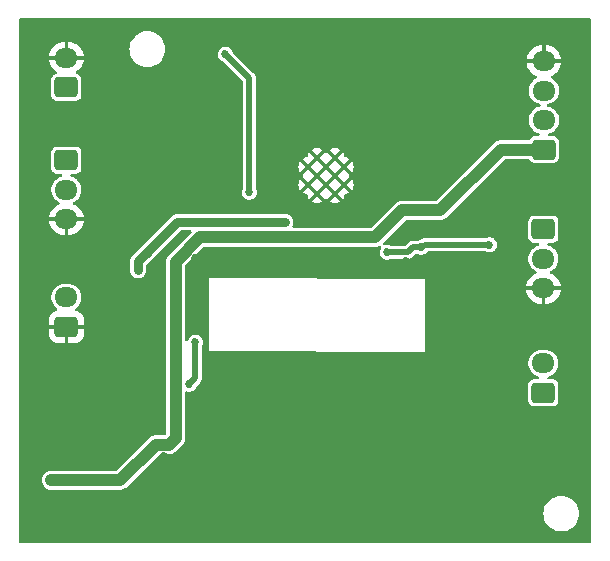
<source format=gbr>
%TF.GenerationSoftware,KiCad,Pcbnew,(7.0.0)*%
%TF.CreationDate,2023-12-20T20:41:28+01:00*%
%TF.ProjectId,board2,626f6172-6432-42e6-9b69-6361645f7063,rev?*%
%TF.SameCoordinates,Original*%
%TF.FileFunction,Copper,L2,Bot*%
%TF.FilePolarity,Positive*%
%FSLAX46Y46*%
G04 Gerber Fmt 4.6, Leading zero omitted, Abs format (unit mm)*
G04 Created by KiCad (PCBNEW (7.0.0)) date 2023-12-20 20:41:28*
%MOMM*%
%LPD*%
G01*
G04 APERTURE LIST*
G04 Aperture macros list*
%AMRoundRect*
0 Rectangle with rounded corners*
0 $1 Rounding radius*
0 $2 $3 $4 $5 $6 $7 $8 $9 X,Y pos of 4 corners*
0 Add a 4 corners polygon primitive as box body*
4,1,4,$2,$3,$4,$5,$6,$7,$8,$9,$2,$3,0*
0 Add four circle primitives for the rounded corners*
1,1,$1+$1,$2,$3*
1,1,$1+$1,$4,$5*
1,1,$1+$1,$6,$7*
1,1,$1+$1,$8,$9*
0 Add four rect primitives between the rounded corners*
20,1,$1+$1,$2,$3,$4,$5,0*
20,1,$1+$1,$4,$5,$6,$7,0*
20,1,$1+$1,$6,$7,$8,$9,0*
20,1,$1+$1,$8,$9,$2,$3,0*%
G04 Aperture macros list end*
%TA.AperFunction,ComponentPad*%
%ADD10RoundRect,0.250000X0.725000X-0.600000X0.725000X0.600000X-0.725000X0.600000X-0.725000X-0.600000X0*%
%TD*%
%TA.AperFunction,ComponentPad*%
%ADD11O,1.950000X1.700000*%
%TD*%
%TA.AperFunction,HeatsinkPad*%
%ADD12C,0.600000*%
%TD*%
%TA.AperFunction,ComponentPad*%
%ADD13RoundRect,0.250000X-0.725000X0.600000X-0.725000X-0.600000X0.725000X-0.600000X0.725000X0.600000X0*%
%TD*%
%TA.AperFunction,ViaPad*%
%ADD14C,0.685800*%
%TD*%
%TA.AperFunction,Conductor*%
%ADD15C,1.000000*%
%TD*%
%TA.AperFunction,Conductor*%
%ADD16C,0.500000*%
%TD*%
%TA.AperFunction,Conductor*%
%ADD17C,0.762000*%
%TD*%
G04 APERTURE END LIST*
D10*
%TO.P,J2,1,Pin_1*%
%TO.N,/B+*%
X209550000Y-125944000D03*
D11*
%TO.P,J2,2,Pin_2*%
%TO.N,Net-(J2-Pin_2)*%
X209549999Y-123443999D03*
%TD*%
D12*
%TO.P,U19,39,GND*%
%TO.N,GND*%
X192675000Y-108316500D03*
X192675000Y-106791500D03*
X191912500Y-109079000D03*
X191912500Y-107554000D03*
X191912500Y-106029000D03*
X191150000Y-108316500D03*
X191150000Y-106791500D03*
X190387500Y-109079000D03*
X190387500Y-107554000D03*
X190387500Y-106029000D03*
X189625000Y-108316500D03*
X189625000Y-106791500D03*
%TD*%
D13*
%TO.P,J4,1,Pin_1*%
%TO.N,/3.3v_esp*%
X209550000Y-112094000D03*
D11*
%TO.P,J4,2,Pin_2*%
%TO.N,Net-(J4-Pin_2)*%
X209549999Y-114593999D03*
%TO.P,J4,3,Pin_3*%
%TO.N,GND*%
X209549999Y-117093999D03*
%TD*%
D10*
%TO.P,J3,1,Pin_1*%
%TO.N,GND*%
X169164000Y-120356000D03*
D11*
%TO.P,J3,2,Pin_2*%
%TO.N,/B+*%
X169163999Y-117855999D03*
%TD*%
D13*
%TO.P,J7,1,Pin_1*%
%TO.N,/TXD0*%
X169164000Y-106252000D03*
D11*
%TO.P,J7,2,Pin_2*%
%TO.N,/RXD0*%
X169163999Y-108751999D03*
%TO.P,J7,3,Pin_3*%
%TO.N,GND*%
X169163999Y-111251999D03*
%TD*%
D10*
%TO.P,J5,1,Pin_1*%
%TO.N,4*%
X169164000Y-100076000D03*
D11*
%TO.P,J5,2,Pin_2*%
%TO.N,GND*%
X169163999Y-97575999D03*
%TD*%
D10*
%TO.P,J1,1,Pin_1*%
%TO.N,+5V*%
X209600800Y-105359200D03*
D11*
%TO.P,J1,2,Pin_2*%
%TO.N,Net-(J1-Pin_2)*%
X209600799Y-102859199D03*
%TO.P,J1,3,Pin_3*%
%TO.N,Net-(J1-Pin_3)*%
X209600799Y-100359199D03*
%TO.P,J1,4,Pin_4*%
%TO.N,GND*%
X209600799Y-97859199D03*
%TD*%
D14*
%TO.N,GND*%
X202522000Y-114808000D03*
X177444000Y-134620000D03*
X169418000Y-127254000D03*
X202438000Y-125984000D03*
X180086000Y-114554000D03*
X177292000Y-129032000D03*
X197104000Y-96774000D03*
X177444000Y-131318000D03*
X197890900Y-114808000D03*
X173736000Y-135664000D03*
X177444000Y-132842000D03*
X191008000Y-125308000D03*
X170942000Y-126238000D03*
X176784000Y-126759000D03*
%TO.N,+5V*%
X173736000Y-133364000D03*
X167894000Y-133350000D03*
%TO.N,/3.3v_esp*%
X180086000Y-121666000D03*
X196342000Y-114046000D03*
X182626000Y-97282000D03*
X179578000Y-125222000D03*
X199220000Y-113624000D03*
X204978000Y-113412000D03*
X184658000Y-108966000D03*
%TO.N,/BVOL*%
X175895000Y-114173000D03*
X175260000Y-115570000D03*
X186182000Y-111506000D03*
X187706000Y-111506000D03*
%TD*%
D15*
%TO.N,+5V*%
X173722000Y-133350000D02*
X173736000Y-133364000D01*
X197612000Y-110490000D02*
X195326000Y-112776000D01*
X178413900Y-129779946D02*
X177845746Y-130348100D01*
X195326000Y-112776000D02*
X180492354Y-112776000D01*
X209600800Y-105359200D02*
X205968054Y-105359200D01*
X176751900Y-130348100D02*
X173736000Y-133364000D01*
X167894000Y-133350000D02*
X173722000Y-133350000D01*
X205968054Y-105359200D02*
X200837254Y-110490000D01*
X177845746Y-130348100D02*
X176751900Y-130348100D01*
X178413900Y-114854454D02*
X178413900Y-129779946D01*
X180492354Y-112776000D02*
X178413900Y-114854454D01*
X200837254Y-110490000D02*
X197612000Y-110490000D01*
D16*
%TO.N,/3.3v_esp*%
X199304000Y-113624000D02*
X198542000Y-113624000D01*
X204978000Y-113412000D02*
X199516000Y-113412000D01*
X180086000Y-124714000D02*
X179578000Y-125222000D01*
X198542000Y-113624000D02*
X199220000Y-113624000D01*
X198120000Y-114046000D02*
X198542000Y-113624000D01*
X180086000Y-121666000D02*
X180086000Y-124714000D01*
X182626000Y-97282000D02*
X184658000Y-99314000D01*
X196342000Y-114046000D02*
X198120000Y-114046000D01*
X184658000Y-99314000D02*
X184658000Y-108966000D01*
X199516000Y-113412000D02*
X199304000Y-113624000D01*
D17*
%TO.N,/BVOL*%
X176530000Y-113538000D02*
X175895000Y-114173000D01*
X175260000Y-114808000D02*
X175260000Y-115570000D01*
X178562000Y-111506000D02*
X176530000Y-113538000D01*
X186182000Y-111506000D02*
X183134000Y-111506000D01*
X183134000Y-111506000D02*
X178562000Y-111506000D01*
X176530000Y-113538000D02*
X175260000Y-114808000D01*
X183134000Y-111506000D02*
X187706000Y-111506000D01*
%TD*%
%TA.AperFunction,Conductor*%
%TO.N,GND*%
G36*
X213541500Y-94210313D02*
G01*
X213586887Y-94255700D01*
X213603500Y-94317700D01*
X213603500Y-138549500D01*
X213586887Y-138611500D01*
X213541500Y-138656887D01*
X213479500Y-138673500D01*
X165285300Y-138673500D01*
X165223300Y-138656887D01*
X165177913Y-138611500D01*
X165161300Y-138549500D01*
X165161300Y-136168000D01*
X209558829Y-136168000D01*
X209577483Y-136405025D01*
X209578618Y-136409754D01*
X209578619Y-136409758D01*
X209631849Y-136631477D01*
X209631851Y-136631485D01*
X209632987Y-136636214D01*
X209723973Y-136855873D01*
X209726520Y-136860030D01*
X209726521Y-136860031D01*
X209845653Y-137054438D01*
X209845656Y-137054443D01*
X209848201Y-137058595D01*
X209851362Y-137062297D01*
X209851365Y-137062300D01*
X209999451Y-137235687D01*
X210002612Y-137239388D01*
X210183405Y-137393799D01*
X210386127Y-137518027D01*
X210605786Y-137609013D01*
X210836975Y-137664517D01*
X211074000Y-137683171D01*
X211311025Y-137664517D01*
X211542214Y-137609013D01*
X211761873Y-137518027D01*
X211964595Y-137393799D01*
X212145388Y-137239388D01*
X212299799Y-137058595D01*
X212424027Y-136855873D01*
X212515013Y-136636214D01*
X212570517Y-136405025D01*
X212589171Y-136168000D01*
X212570517Y-135930975D01*
X212515013Y-135699786D01*
X212424027Y-135480127D01*
X212299799Y-135277405D01*
X212145388Y-135096612D01*
X211964595Y-134942201D01*
X211960443Y-134939656D01*
X211960438Y-134939653D01*
X211766031Y-134820521D01*
X211766030Y-134820520D01*
X211761873Y-134817973D01*
X211542214Y-134726987D01*
X211537485Y-134725851D01*
X211537477Y-134725849D01*
X211315758Y-134672619D01*
X211315754Y-134672618D01*
X211311025Y-134671483D01*
X211306174Y-134671101D01*
X211306173Y-134671101D01*
X211078854Y-134653211D01*
X211074000Y-134652829D01*
X211069146Y-134653211D01*
X210841826Y-134671101D01*
X210841823Y-134671101D01*
X210836975Y-134671483D01*
X210832247Y-134672617D01*
X210832241Y-134672619D01*
X210610522Y-134725849D01*
X210610510Y-134725852D01*
X210605786Y-134726987D01*
X210601289Y-134728849D01*
X210601285Y-134728851D01*
X210390631Y-134816107D01*
X210390627Y-134816109D01*
X210386127Y-134817973D01*
X210381974Y-134820517D01*
X210381968Y-134820521D01*
X210187561Y-134939653D01*
X210187550Y-134939660D01*
X210183405Y-134942201D01*
X210179708Y-134945358D01*
X210179699Y-134945365D01*
X210006312Y-135093451D01*
X210006305Y-135093457D01*
X210002612Y-135096612D01*
X209999457Y-135100305D01*
X209999451Y-135100312D01*
X209851365Y-135273699D01*
X209851358Y-135273708D01*
X209848201Y-135277405D01*
X209845660Y-135281550D01*
X209845653Y-135281561D01*
X209726521Y-135475968D01*
X209726517Y-135475974D01*
X209723973Y-135480127D01*
X209722109Y-135484627D01*
X209722107Y-135484631D01*
X209639377Y-135684360D01*
X209632987Y-135699786D01*
X209631852Y-135704510D01*
X209631849Y-135704522D01*
X209578619Y-135926241D01*
X209578617Y-135926247D01*
X209577483Y-135930975D01*
X209558829Y-136168000D01*
X165161300Y-136168000D01*
X165161300Y-133350000D01*
X167088435Y-133350000D01*
X167108632Y-133529255D01*
X167110928Y-133535819D01*
X167110930Y-133535824D01*
X167165913Y-133692956D01*
X167168211Y-133699522D01*
X167264184Y-133852262D01*
X167391738Y-133979816D01*
X167544478Y-134075789D01*
X167714745Y-134135368D01*
X167849046Y-134150500D01*
X173570497Y-134150500D01*
X173598088Y-134153608D01*
X173645806Y-134164500D01*
X173819232Y-134164500D01*
X173826194Y-134164500D01*
X174002061Y-134124360D01*
X174164587Y-134046091D01*
X174247693Y-133979816D01*
X174270252Y-133961826D01*
X174270255Y-133961822D01*
X174305620Y-133933620D01*
X174329484Y-133903694D01*
X174338741Y-133893335D01*
X177047157Y-131184919D01*
X177087386Y-131158039D01*
X177134839Y-131148600D01*
X177928979Y-131148600D01*
X177935940Y-131148600D01*
X177973269Y-131140079D01*
X177986943Y-131137755D01*
X178025001Y-131133468D01*
X178061149Y-131120818D01*
X178074472Y-131116981D01*
X178111807Y-131108460D01*
X178146292Y-131091852D01*
X178159144Y-131086529D01*
X178195268Y-131073889D01*
X178227685Y-131053518D01*
X178239832Y-131046805D01*
X178274333Y-131030191D01*
X178304265Y-131006320D01*
X178315599Y-130998279D01*
X178348008Y-130977916D01*
X178475562Y-130850362D01*
X178475562Y-130850361D01*
X179011726Y-130314198D01*
X179011725Y-130314198D01*
X179043716Y-130282208D01*
X179064080Y-130249796D01*
X179072120Y-130238465D01*
X179095991Y-130208533D01*
X179112605Y-130174032D01*
X179119318Y-130161885D01*
X179139689Y-130129468D01*
X179152329Y-130093343D01*
X179157652Y-130080493D01*
X179158149Y-130079459D01*
X179174260Y-130046007D01*
X179182781Y-130008672D01*
X179186618Y-129995349D01*
X179199268Y-129959201D01*
X179203555Y-129921143D01*
X179205879Y-129907469D01*
X179214400Y-129870140D01*
X179214400Y-129689752D01*
X179214400Y-126587102D01*
X208274500Y-126587102D01*
X208274940Y-126590767D01*
X208274941Y-126590781D01*
X208284174Y-126667668D01*
X208284175Y-126667674D01*
X208285123Y-126675564D01*
X208340639Y-126816342D01*
X208432078Y-126936922D01*
X208552658Y-127028361D01*
X208693436Y-127083877D01*
X208781898Y-127094500D01*
X210314401Y-127094500D01*
X210318102Y-127094500D01*
X210406564Y-127083877D01*
X210547342Y-127028361D01*
X210667922Y-126936922D01*
X210759361Y-126816342D01*
X210814877Y-126675564D01*
X210825500Y-126587102D01*
X210825500Y-125300898D01*
X210814877Y-125212436D01*
X210759361Y-125071658D01*
X210667922Y-124951078D01*
X210656772Y-124942623D01*
X210595064Y-124895828D01*
X210547342Y-124859639D01*
X210406564Y-124804123D01*
X210398674Y-124803175D01*
X210398668Y-124803174D01*
X210321781Y-124793941D01*
X210321767Y-124793940D01*
X210318102Y-124793500D01*
X210025002Y-124793500D01*
X209968028Y-124779636D01*
X209923794Y-124741144D01*
X209902191Y-124686632D01*
X209908051Y-124628288D01*
X209940062Y-124579160D01*
X209991067Y-124550234D01*
X210009557Y-124544973D01*
X210092389Y-124521405D01*
X210283255Y-124426366D01*
X210453407Y-124297872D01*
X210597052Y-124140302D01*
X210709298Y-123959019D01*
X210786321Y-123760198D01*
X210825500Y-123550610D01*
X210825500Y-123337390D01*
X210786321Y-123127802D01*
X210709298Y-122928981D01*
X210597052Y-122747698D01*
X210453407Y-122590128D01*
X210283255Y-122461634D01*
X210092389Y-122366595D01*
X210086876Y-122365026D01*
X210086870Y-122365024D01*
X209892831Y-122309814D01*
X209892821Y-122309812D01*
X209887310Y-122308244D01*
X209881597Y-122307714D01*
X209881594Y-122307714D01*
X209731054Y-122293765D01*
X209731053Y-122293764D01*
X209728194Y-122293500D01*
X209371806Y-122293500D01*
X209368947Y-122293764D01*
X209368945Y-122293765D01*
X209218405Y-122307714D01*
X209218400Y-122307714D01*
X209212690Y-122308244D01*
X209207179Y-122309811D01*
X209207168Y-122309814D01*
X209013129Y-122365024D01*
X209013119Y-122365027D01*
X209007611Y-122366595D01*
X209002476Y-122369151D01*
X209002473Y-122369153D01*
X208821875Y-122459079D01*
X208821870Y-122459082D01*
X208816745Y-122461634D01*
X208812177Y-122465083D01*
X208812173Y-122465086D01*
X208651164Y-122586675D01*
X208651156Y-122586681D01*
X208646593Y-122590128D01*
X208642739Y-122594354D01*
X208642734Y-122594360D01*
X208506803Y-122743468D01*
X208506797Y-122743475D01*
X208502948Y-122747698D01*
X208499940Y-122752555D01*
X208499934Y-122752564D01*
X208393718Y-122924109D01*
X208393715Y-122924114D01*
X208390702Y-122928981D01*
X208388636Y-122934313D01*
X208388632Y-122934322D01*
X208315750Y-123122454D01*
X208315747Y-123122461D01*
X208313679Y-123127802D01*
X208274500Y-123337390D01*
X208274500Y-123550610D01*
X208313679Y-123760198D01*
X208315748Y-123765540D01*
X208315750Y-123765545D01*
X208388632Y-123953677D01*
X208388634Y-123953681D01*
X208390702Y-123959019D01*
X208502948Y-124140302D01*
X208646593Y-124297872D01*
X208816745Y-124426366D01*
X209007611Y-124521405D01*
X209013129Y-124522975D01*
X209108933Y-124550234D01*
X209159938Y-124579160D01*
X209191949Y-124628288D01*
X209197809Y-124686632D01*
X209176206Y-124741144D01*
X209131972Y-124779636D01*
X209074998Y-124793500D01*
X208781898Y-124793500D01*
X208778233Y-124793940D01*
X208778218Y-124793941D01*
X208701331Y-124803174D01*
X208701324Y-124803175D01*
X208693436Y-124804123D01*
X208686040Y-124807039D01*
X208686038Y-124807040D01*
X208560551Y-124856526D01*
X208560548Y-124856527D01*
X208552658Y-124859639D01*
X208545899Y-124864764D01*
X208545898Y-124864765D01*
X208438835Y-124945953D01*
X208438830Y-124945957D01*
X208432078Y-124951078D01*
X208426957Y-124957830D01*
X208426953Y-124957835D01*
X208345765Y-125064898D01*
X208340639Y-125071658D01*
X208285123Y-125212436D01*
X208284175Y-125220324D01*
X208284174Y-125220331D01*
X208274941Y-125297218D01*
X208274940Y-125297233D01*
X208274500Y-125300898D01*
X208274500Y-126587102D01*
X179214400Y-126587102D01*
X179214400Y-125953311D01*
X179226913Y-125899028D01*
X179261927Y-125855700D01*
X179312375Y-125832073D01*
X179368075Y-125832914D01*
X179423879Y-125846668D01*
X179499877Y-125865400D01*
X179648623Y-125865400D01*
X179656123Y-125865400D01*
X179807829Y-125828008D01*
X179946178Y-125755397D01*
X180063129Y-125651787D01*
X180151887Y-125523199D01*
X180201446Y-125392523D01*
X180229703Y-125348819D01*
X180467130Y-125111392D01*
X180470115Y-125108507D01*
X180517044Y-125064680D01*
X180538395Y-125029568D01*
X180545535Y-125019079D01*
X180565234Y-124993103D01*
X180570361Y-124986343D01*
X180576943Y-124969650D01*
X180586351Y-124950708D01*
X180595672Y-124935382D01*
X180606755Y-124895822D01*
X180610802Y-124883789D01*
X180618304Y-124864765D01*
X180625876Y-124845565D01*
X180627710Y-124827713D01*
X180631659Y-124806941D01*
X180634211Y-124797833D01*
X180634210Y-124797833D01*
X180636500Y-124789665D01*
X180636500Y-124748575D01*
X180637150Y-124735895D01*
X180640483Y-124703468D01*
X180641351Y-124695029D01*
X180638302Y-124677349D01*
X180636500Y-124656282D01*
X180636500Y-122039721D01*
X180642114Y-122002833D01*
X180653003Y-121980466D01*
X180652140Y-121980013D01*
X180655622Y-121973377D01*
X180659887Y-121967199D01*
X180715293Y-121821107D01*
X180734126Y-121666000D01*
X180715293Y-121510893D01*
X180659887Y-121364801D01*
X180571129Y-121236213D01*
X180507016Y-121179413D01*
X180459793Y-121137577D01*
X180459790Y-121137575D01*
X180454178Y-121132603D01*
X180447538Y-121129118D01*
X180322468Y-121063476D01*
X180322465Y-121063474D01*
X180315829Y-121059992D01*
X180290568Y-121053765D01*
X180171404Y-121024394D01*
X180171399Y-121024393D01*
X180164123Y-121022600D01*
X180007877Y-121022600D01*
X180000601Y-121024393D01*
X180000595Y-121024394D01*
X179863453Y-121058197D01*
X179863451Y-121058197D01*
X179856171Y-121059992D01*
X179849537Y-121063473D01*
X179849531Y-121063476D01*
X179724461Y-121129118D01*
X179724457Y-121129120D01*
X179717822Y-121132603D01*
X179712212Y-121137572D01*
X179712206Y-121137577D01*
X179606484Y-121231240D01*
X179600871Y-121236213D01*
X179596616Y-121242377D01*
X179596611Y-121242383D01*
X179516376Y-121358624D01*
X179516373Y-121358628D01*
X179512113Y-121364801D01*
X179509453Y-121371812D01*
X179509451Y-121371818D01*
X179459367Y-121503876D01*
X179459367Y-121503878D01*
X179457689Y-121508301D01*
X179457688Y-121508305D01*
X179456707Y-121510893D01*
X179456392Y-121510773D01*
X179431215Y-121558745D01*
X179382371Y-121592459D01*
X179323453Y-121599613D01*
X179267960Y-121578567D01*
X179228603Y-121534143D01*
X179214400Y-121476517D01*
X179214400Y-116215400D01*
X181278200Y-116215400D01*
X181278200Y-122372600D01*
X199560200Y-122448800D01*
X199560200Y-117261176D01*
X208084468Y-117261176D01*
X208089959Y-117323932D01*
X208091830Y-117334543D01*
X208150168Y-117552263D01*
X208153856Y-117562397D01*
X208249110Y-117766667D01*
X208254508Y-117776017D01*
X208383784Y-117960642D01*
X208390719Y-117968907D01*
X208550092Y-118128280D01*
X208558357Y-118135215D01*
X208742982Y-118264491D01*
X208752332Y-118269889D01*
X208956602Y-118365143D01*
X208966736Y-118368831D01*
X209184446Y-118427166D01*
X209195078Y-118429041D01*
X209363354Y-118443763D01*
X209368764Y-118444000D01*
X209383674Y-118444000D01*
X209396549Y-118440549D01*
X209400000Y-118427674D01*
X209700000Y-118427674D01*
X209703450Y-118440549D01*
X209716326Y-118444000D01*
X209731236Y-118444000D01*
X209736645Y-118443763D01*
X209904921Y-118429041D01*
X209915553Y-118427166D01*
X210133263Y-118368831D01*
X210143397Y-118365143D01*
X210347667Y-118269889D01*
X210357017Y-118264491D01*
X210541642Y-118135215D01*
X210549907Y-118128280D01*
X210709278Y-117968909D01*
X210716215Y-117960643D01*
X210845498Y-117776008D01*
X210850886Y-117766676D01*
X210946143Y-117562397D01*
X210949831Y-117552263D01*
X211008169Y-117334543D01*
X211010040Y-117323932D01*
X211015531Y-117261176D01*
X211012959Y-117247734D01*
X210999791Y-117244000D01*
X209716326Y-117244000D01*
X209703450Y-117247450D01*
X209700000Y-117260326D01*
X209700000Y-118427674D01*
X209400000Y-118427674D01*
X209400000Y-117260326D01*
X209396549Y-117247450D01*
X209383674Y-117244000D01*
X208100209Y-117244000D01*
X208087040Y-117247734D01*
X208084468Y-117261176D01*
X199560200Y-117261176D01*
X199560200Y-116926823D01*
X208084468Y-116926823D01*
X208087040Y-116940265D01*
X208100209Y-116944000D01*
X210999791Y-116944000D01*
X211012959Y-116940265D01*
X211015531Y-116926823D01*
X211010040Y-116864067D01*
X211008169Y-116853456D01*
X210949831Y-116635736D01*
X210946143Y-116625602D01*
X210850889Y-116421332D01*
X210845491Y-116411982D01*
X210716215Y-116227357D01*
X210709280Y-116219092D01*
X210549907Y-116059719D01*
X210541642Y-116052784D01*
X210357017Y-115923508D01*
X210347667Y-115918110D01*
X210193133Y-115846049D01*
X210141387Y-115800961D01*
X210121548Y-115735257D01*
X210139695Y-115669066D01*
X210190264Y-115622669D01*
X210283255Y-115576366D01*
X210453407Y-115447872D01*
X210597052Y-115290302D01*
X210709298Y-115109019D01*
X210786321Y-114910198D01*
X210825500Y-114700610D01*
X210825500Y-114487390D01*
X210786321Y-114277802D01*
X210709298Y-114078981D01*
X210597052Y-113897698D01*
X210590848Y-113890893D01*
X210457265Y-113744360D01*
X210453407Y-113740128D01*
X210408454Y-113706181D01*
X210316858Y-113637010D01*
X210283255Y-113611634D01*
X210092389Y-113516595D01*
X210086876Y-113515026D01*
X210086870Y-113515024D01*
X209991067Y-113487766D01*
X209940062Y-113458840D01*
X209908051Y-113409712D01*
X209902191Y-113351368D01*
X209923794Y-113296856D01*
X209968028Y-113258364D01*
X210025002Y-113244500D01*
X210314401Y-113244500D01*
X210318102Y-113244500D01*
X210406564Y-113233877D01*
X210547342Y-113178361D01*
X210667922Y-113086922D01*
X210759361Y-112966342D01*
X210814877Y-112825564D01*
X210825500Y-112737102D01*
X210825500Y-111450898D01*
X210814877Y-111362436D01*
X210759361Y-111221658D01*
X210667922Y-111101078D01*
X210547342Y-111009639D01*
X210406564Y-110954123D01*
X210398674Y-110953175D01*
X210398668Y-110953174D01*
X210321781Y-110943941D01*
X210321767Y-110943940D01*
X210318102Y-110943500D01*
X208781898Y-110943500D01*
X208778233Y-110943940D01*
X208778218Y-110943941D01*
X208701331Y-110953174D01*
X208701324Y-110953175D01*
X208693436Y-110954123D01*
X208686040Y-110957039D01*
X208686038Y-110957040D01*
X208560551Y-111006526D01*
X208560548Y-111006527D01*
X208552658Y-111009639D01*
X208545899Y-111014764D01*
X208545898Y-111014765D01*
X208438835Y-111095953D01*
X208438830Y-111095957D01*
X208432078Y-111101078D01*
X208426957Y-111107830D01*
X208426953Y-111107835D01*
X208345765Y-111214898D01*
X208340639Y-111221658D01*
X208337527Y-111229548D01*
X208337526Y-111229551D01*
X208299169Y-111326819D01*
X208285123Y-111362436D01*
X208284175Y-111370324D01*
X208284174Y-111370331D01*
X208274941Y-111447218D01*
X208274940Y-111447233D01*
X208274500Y-111450898D01*
X208274500Y-112737102D01*
X208274940Y-112740767D01*
X208274941Y-112740781D01*
X208284174Y-112817668D01*
X208284175Y-112817674D01*
X208285123Y-112825564D01*
X208340639Y-112966342D01*
X208386607Y-113026960D01*
X208420403Y-113071527D01*
X208432078Y-113086922D01*
X208552658Y-113178361D01*
X208693436Y-113233877D01*
X208781898Y-113244500D01*
X208785599Y-113244500D01*
X209074998Y-113244500D01*
X209131972Y-113258364D01*
X209176206Y-113296856D01*
X209197809Y-113351368D01*
X209191949Y-113409712D01*
X209159938Y-113458840D01*
X209108933Y-113487766D01*
X209013129Y-113515024D01*
X209013119Y-113515027D01*
X209007611Y-113516595D01*
X209002476Y-113519151D01*
X209002473Y-113519153D01*
X208821875Y-113609079D01*
X208821870Y-113609082D01*
X208816745Y-113611634D01*
X208812177Y-113615083D01*
X208812173Y-113615086D01*
X208651164Y-113736675D01*
X208651156Y-113736681D01*
X208646593Y-113740128D01*
X208642739Y-113744354D01*
X208642734Y-113744360D01*
X208506803Y-113893468D01*
X208506797Y-113893475D01*
X208502948Y-113897698D01*
X208499940Y-113902555D01*
X208499934Y-113902564D01*
X208393718Y-114074109D01*
X208393715Y-114074114D01*
X208390702Y-114078981D01*
X208388636Y-114084313D01*
X208388632Y-114084322D01*
X208315750Y-114272454D01*
X208315747Y-114272461D01*
X208313679Y-114277802D01*
X208312625Y-114283436D01*
X208312625Y-114283439D01*
X208275740Y-114480759D01*
X208274500Y-114487390D01*
X208274500Y-114700610D01*
X208275551Y-114706236D01*
X208275552Y-114706239D01*
X208285447Y-114759173D01*
X208313679Y-114910198D01*
X208315748Y-114915540D01*
X208315750Y-114915545D01*
X208388632Y-115103677D01*
X208388634Y-115103681D01*
X208390702Y-115109019D01*
X208393717Y-115113889D01*
X208393718Y-115113890D01*
X208470188Y-115237394D01*
X208502948Y-115290302D01*
X208646593Y-115447872D01*
X208816745Y-115576366D01*
X208909735Y-115622669D01*
X208960304Y-115669066D01*
X208978451Y-115735257D01*
X208958612Y-115800961D01*
X208906866Y-115846049D01*
X208752332Y-115918109D01*
X208742982Y-115923508D01*
X208558357Y-116052784D01*
X208550092Y-116059719D01*
X208390721Y-116219090D01*
X208383784Y-116227356D01*
X208254501Y-116411991D01*
X208249113Y-116421323D01*
X208153856Y-116625602D01*
X208150168Y-116635736D01*
X208091830Y-116853456D01*
X208089959Y-116864067D01*
X208084468Y-116926823D01*
X199560200Y-116926823D01*
X199560200Y-116291600D01*
X199543919Y-116291532D01*
X181294566Y-116215468D01*
X181278200Y-116215400D01*
X179214400Y-116215400D01*
X179214400Y-115237394D01*
X179223839Y-115189941D01*
X179250719Y-115149713D01*
X180787613Y-113612819D01*
X180827841Y-113585939D01*
X180875294Y-113576500D01*
X195409233Y-113576500D01*
X195416194Y-113576500D01*
X195453523Y-113567979D01*
X195467197Y-113565655D01*
X195505255Y-113561368D01*
X195541403Y-113548718D01*
X195554726Y-113544881D01*
X195592061Y-113536360D01*
X195626546Y-113519752D01*
X195639396Y-113514430D01*
X195659589Y-113507364D01*
X195720997Y-113502103D01*
X195777353Y-113527058D01*
X195814732Y-113576062D01*
X195823902Y-113637010D01*
X195802595Y-113694843D01*
X195772378Y-113738621D01*
X195772375Y-113738625D01*
X195768113Y-113744801D01*
X195765453Y-113751812D01*
X195765451Y-113751818D01*
X195715367Y-113883878D01*
X195712707Y-113890893D01*
X195711803Y-113898333D01*
X195711802Y-113898340D01*
X195702288Y-113976703D01*
X195693874Y-114046000D01*
X195695015Y-114055400D01*
X195711802Y-114193659D01*
X195711803Y-114193664D01*
X195712707Y-114201107D01*
X195715366Y-114208120D01*
X195715367Y-114208121D01*
X195755533Y-114314030D01*
X195768113Y-114347199D01*
X195772376Y-114353375D01*
X195850546Y-114466625D01*
X195856871Y-114475787D01*
X195911474Y-114524161D01*
X195960028Y-114567177D01*
X195973822Y-114579397D01*
X196112171Y-114652008D01*
X196263877Y-114689400D01*
X196412623Y-114689400D01*
X196420123Y-114689400D01*
X196571829Y-114652008D01*
X196650529Y-114610702D01*
X196708155Y-114596500D01*
X198108478Y-114596500D01*
X198112710Y-114596571D01*
X198176826Y-114598762D01*
X198185068Y-114596753D01*
X198185071Y-114596753D01*
X198216739Y-114589035D01*
X198229196Y-114586666D01*
X198269920Y-114581070D01*
X198286380Y-114573919D01*
X198306423Y-114567179D01*
X198323852Y-114562933D01*
X198359688Y-114542783D01*
X198371023Y-114537153D01*
X198408720Y-114520780D01*
X198422637Y-114509456D01*
X198440120Y-114497558D01*
X198455759Y-114488766D01*
X198472695Y-114471830D01*
X198484811Y-114459713D01*
X198494227Y-114451213D01*
X198526108Y-114425278D01*
X198536456Y-114410616D01*
X198550068Y-114394454D01*
X198733707Y-114210816D01*
X198773934Y-114183939D01*
X198821386Y-114174500D01*
X198853845Y-114174500D01*
X198911470Y-114188702D01*
X198990171Y-114230008D01*
X199141877Y-114267400D01*
X199290623Y-114267400D01*
X199298123Y-114267400D01*
X199449829Y-114230008D01*
X199588178Y-114157397D01*
X199705129Y-114053787D01*
X199731170Y-114016059D01*
X199775594Y-113976703D01*
X199833220Y-113962500D01*
X204611845Y-113962500D01*
X204669470Y-113976702D01*
X204748171Y-114018008D01*
X204899877Y-114055400D01*
X205048623Y-114055400D01*
X205056123Y-114055400D01*
X205207829Y-114018008D01*
X205346178Y-113945397D01*
X205463129Y-113841787D01*
X205551887Y-113713199D01*
X205607293Y-113567107D01*
X205626126Y-113412000D01*
X205607293Y-113256893D01*
X205551887Y-113110801D01*
X205490230Y-113021476D01*
X205467388Y-112988383D01*
X205467387Y-112988382D01*
X205463129Y-112982213D01*
X205387491Y-112915203D01*
X205351793Y-112883577D01*
X205351790Y-112883575D01*
X205346178Y-112878603D01*
X205309281Y-112859238D01*
X205214468Y-112809476D01*
X205214465Y-112809474D01*
X205207829Y-112805992D01*
X205182568Y-112799765D01*
X205063404Y-112770394D01*
X205063399Y-112770393D01*
X205056123Y-112768600D01*
X204899877Y-112768600D01*
X204892601Y-112770393D01*
X204892595Y-112770394D01*
X204755453Y-112804197D01*
X204755451Y-112804197D01*
X204748171Y-112805992D01*
X204741537Y-112809473D01*
X204741531Y-112809476D01*
X204669471Y-112847297D01*
X204611845Y-112861500D01*
X199527522Y-112861500D01*
X199523289Y-112861428D01*
X199467648Y-112859527D01*
X199467644Y-112859527D01*
X199459174Y-112859238D01*
X199450940Y-112861244D01*
X199450934Y-112861245D01*
X199419256Y-112868965D01*
X199406785Y-112871335D01*
X199374479Y-112875775D01*
X199374475Y-112875776D01*
X199366080Y-112876930D01*
X199358308Y-112880305D01*
X199358300Y-112880308D01*
X199349609Y-112884083D01*
X199329581Y-112890817D01*
X199320395Y-112893056D01*
X199320387Y-112893059D01*
X199312148Y-112895067D01*
X199304757Y-112899222D01*
X199304753Y-112899224D01*
X199276333Y-112915203D01*
X199264969Y-112920847D01*
X199235061Y-112933839D01*
X199235055Y-112933842D01*
X199227280Y-112937220D01*
X199220704Y-112942569D01*
X199220702Y-112942571D01*
X199213358Y-112948546D01*
X199195878Y-112960442D01*
X199184385Y-112966904D01*
X199142570Y-112980600D01*
X199141877Y-112980600D01*
X199134603Y-112982392D01*
X199134601Y-112982393D01*
X198997453Y-113016197D01*
X198997451Y-113016197D01*
X198990171Y-113017992D01*
X198983537Y-113021473D01*
X198983531Y-113021476D01*
X198911471Y-113059297D01*
X198853845Y-113073500D01*
X198553522Y-113073500D01*
X198549289Y-113073428D01*
X198493648Y-113071527D01*
X198493644Y-113071527D01*
X198485174Y-113071238D01*
X198476940Y-113073244D01*
X198476934Y-113073245D01*
X198445256Y-113080965D01*
X198432785Y-113083335D01*
X198400479Y-113087775D01*
X198400475Y-113087776D01*
X198392080Y-113088930D01*
X198384308Y-113092305D01*
X198384300Y-113092308D01*
X198375609Y-113096083D01*
X198355581Y-113102817D01*
X198346395Y-113105056D01*
X198346387Y-113105059D01*
X198338148Y-113107067D01*
X198330757Y-113111222D01*
X198330753Y-113111224D01*
X198302333Y-113127203D01*
X198290969Y-113132847D01*
X198261061Y-113145839D01*
X198261055Y-113145842D01*
X198253280Y-113149220D01*
X198246704Y-113154569D01*
X198246702Y-113154571D01*
X198239358Y-113160546D01*
X198221883Y-113172439D01*
X198213635Y-113177076D01*
X198213627Y-113177081D01*
X198206241Y-113181235D01*
X198200250Y-113187225D01*
X198200239Y-113187234D01*
X198177183Y-113210290D01*
X198167763Y-113218792D01*
X198149222Y-113233877D01*
X198135892Y-113244722D01*
X198131005Y-113251644D01*
X198131002Y-113251648D01*
X198125539Y-113259388D01*
X198111920Y-113275554D01*
X197928294Y-113459181D01*
X197888066Y-113486061D01*
X197840613Y-113495500D01*
X196708155Y-113495500D01*
X196650529Y-113481297D01*
X196578468Y-113443476D01*
X196578465Y-113443474D01*
X196571829Y-113439992D01*
X196530823Y-113429885D01*
X196427404Y-113404394D01*
X196427399Y-113404393D01*
X196420123Y-113402600D01*
X196263877Y-113402600D01*
X196256602Y-113404392D01*
X196256594Y-113404394D01*
X196121922Y-113437588D01*
X196058228Y-113436433D01*
X196003512Y-113403806D01*
X195972217Y-113348318D01*
X195972602Y-113284615D01*
X196004564Y-113229512D01*
X197907258Y-111326819D01*
X197947487Y-111299939D01*
X197994940Y-111290500D01*
X200920487Y-111290500D01*
X200927448Y-111290500D01*
X200964777Y-111281979D01*
X200978451Y-111279655D01*
X201016509Y-111275368D01*
X201052657Y-111262718D01*
X201065980Y-111258881D01*
X201103315Y-111250360D01*
X201137800Y-111233752D01*
X201150652Y-111228429D01*
X201186776Y-111215789D01*
X201219193Y-111195418D01*
X201231340Y-111188705D01*
X201265841Y-111172091D01*
X201295773Y-111148220D01*
X201307107Y-111140179D01*
X201339516Y-111119816D01*
X201467070Y-110992262D01*
X201467069Y-110992262D01*
X206263312Y-106196019D01*
X206303541Y-106169139D01*
X206350994Y-106159700D01*
X208279834Y-106159700D01*
X208342445Y-106176668D01*
X208387920Y-106222927D01*
X208388327Y-106223651D01*
X208391439Y-106231542D01*
X208482878Y-106352122D01*
X208603458Y-106443561D01*
X208744236Y-106499077D01*
X208832698Y-106509700D01*
X210365201Y-106509700D01*
X210368902Y-106509700D01*
X210457364Y-106499077D01*
X210598142Y-106443561D01*
X210718722Y-106352122D01*
X210810161Y-106231542D01*
X210865677Y-106090764D01*
X210876300Y-106002302D01*
X210876300Y-104716098D01*
X210865677Y-104627636D01*
X210810161Y-104486858D01*
X210718722Y-104366278D01*
X210598142Y-104274839D01*
X210457364Y-104219323D01*
X210449474Y-104218375D01*
X210449468Y-104218374D01*
X210372581Y-104209141D01*
X210372567Y-104209140D01*
X210368902Y-104208700D01*
X210075802Y-104208700D01*
X210018828Y-104194836D01*
X209974594Y-104156344D01*
X209952991Y-104101832D01*
X209958851Y-104043488D01*
X209990862Y-103994360D01*
X210041867Y-103965434D01*
X210143189Y-103936605D01*
X210334055Y-103841566D01*
X210504207Y-103713072D01*
X210647852Y-103555502D01*
X210760098Y-103374219D01*
X210837121Y-103175398D01*
X210876300Y-102965810D01*
X210876300Y-102752590D01*
X210837121Y-102543002D01*
X210760098Y-102344181D01*
X210647852Y-102162898D01*
X210504207Y-102005328D01*
X210334055Y-101876834D01*
X210143189Y-101781795D01*
X210137676Y-101780226D01*
X210137670Y-101780224D01*
X209955760Y-101728466D01*
X209901207Y-101696067D01*
X209869822Y-101640924D01*
X209869822Y-101577476D01*
X209901207Y-101522333D01*
X209955760Y-101489934D01*
X210143189Y-101436605D01*
X210334055Y-101341566D01*
X210504207Y-101213072D01*
X210647852Y-101055502D01*
X210760098Y-100874219D01*
X210837121Y-100675398D01*
X210876300Y-100465810D01*
X210876300Y-100252590D01*
X210837121Y-100043002D01*
X210760098Y-99844181D01*
X210647852Y-99662898D01*
X210504207Y-99505328D01*
X210334055Y-99376834D01*
X210241066Y-99330531D01*
X210190495Y-99284132D01*
X210172348Y-99217941D01*
X210192187Y-99152237D01*
X210243934Y-99107150D01*
X210398463Y-99035092D01*
X210407817Y-99029691D01*
X210592442Y-98900415D01*
X210600707Y-98893480D01*
X210760078Y-98734109D01*
X210767015Y-98725843D01*
X210896298Y-98541208D01*
X210901686Y-98531876D01*
X210996943Y-98327597D01*
X211000631Y-98317463D01*
X211058969Y-98099743D01*
X211060840Y-98089132D01*
X211066331Y-98026376D01*
X211063759Y-98012934D01*
X211050591Y-98009200D01*
X208151009Y-98009200D01*
X208137840Y-98012934D01*
X208135268Y-98026376D01*
X208140759Y-98089132D01*
X208142630Y-98099743D01*
X208200968Y-98317463D01*
X208204656Y-98327597D01*
X208299910Y-98531867D01*
X208305308Y-98541217D01*
X208434584Y-98725842D01*
X208441519Y-98734107D01*
X208600892Y-98893480D01*
X208609157Y-98900415D01*
X208793782Y-99029691D01*
X208803132Y-99035089D01*
X208957666Y-99107150D01*
X209009412Y-99152237D01*
X209029251Y-99217941D01*
X209011105Y-99284132D01*
X208960533Y-99330532D01*
X208872671Y-99374281D01*
X208872666Y-99374283D01*
X208867545Y-99376834D01*
X208862977Y-99380283D01*
X208862973Y-99380286D01*
X208701964Y-99501875D01*
X208701956Y-99501881D01*
X208697393Y-99505328D01*
X208693539Y-99509554D01*
X208693534Y-99509560D01*
X208557603Y-99658668D01*
X208557597Y-99658675D01*
X208553748Y-99662898D01*
X208550740Y-99667755D01*
X208550734Y-99667764D01*
X208444518Y-99839309D01*
X208444515Y-99839314D01*
X208441502Y-99844181D01*
X208439436Y-99849513D01*
X208439432Y-99849522D01*
X208366550Y-100037654D01*
X208366547Y-100037661D01*
X208364479Y-100043002D01*
X208325300Y-100252590D01*
X208325300Y-100465810D01*
X208364479Y-100675398D01*
X208366548Y-100680740D01*
X208366550Y-100680745D01*
X208439432Y-100868877D01*
X208439434Y-100868881D01*
X208441502Y-100874219D01*
X208553748Y-101055502D01*
X208697393Y-101213072D01*
X208867545Y-101341566D01*
X209058411Y-101436605D01*
X209063929Y-101438175D01*
X209245839Y-101489934D01*
X209300392Y-101522333D01*
X209331777Y-101577476D01*
X209331777Y-101640924D01*
X209300392Y-101696067D01*
X209245839Y-101728466D01*
X209063929Y-101780224D01*
X209063919Y-101780227D01*
X209058411Y-101781795D01*
X209053276Y-101784351D01*
X209053273Y-101784353D01*
X208872675Y-101874279D01*
X208872670Y-101874282D01*
X208867545Y-101876834D01*
X208862977Y-101880283D01*
X208862973Y-101880286D01*
X208701964Y-102001875D01*
X208701956Y-102001881D01*
X208697393Y-102005328D01*
X208693539Y-102009554D01*
X208693534Y-102009560D01*
X208557603Y-102158668D01*
X208557597Y-102158675D01*
X208553748Y-102162898D01*
X208550740Y-102167755D01*
X208550734Y-102167764D01*
X208444518Y-102339309D01*
X208444515Y-102339314D01*
X208441502Y-102344181D01*
X208439436Y-102349513D01*
X208439432Y-102349522D01*
X208366550Y-102537654D01*
X208366547Y-102537661D01*
X208364479Y-102543002D01*
X208325300Y-102752590D01*
X208325300Y-102965810D01*
X208364479Y-103175398D01*
X208366548Y-103180740D01*
X208366550Y-103180745D01*
X208439432Y-103368877D01*
X208439434Y-103368881D01*
X208441502Y-103374219D01*
X208553748Y-103555502D01*
X208697393Y-103713072D01*
X208867545Y-103841566D01*
X209058411Y-103936605D01*
X209063929Y-103938175D01*
X209159733Y-103965434D01*
X209210738Y-103994360D01*
X209242749Y-104043488D01*
X209248609Y-104101832D01*
X209227006Y-104156344D01*
X209182772Y-104194836D01*
X209125798Y-104208700D01*
X208832698Y-104208700D01*
X208829033Y-104209140D01*
X208829018Y-104209141D01*
X208752131Y-104218374D01*
X208752124Y-104218375D01*
X208744236Y-104219323D01*
X208736840Y-104222239D01*
X208736838Y-104222240D01*
X208611351Y-104271726D01*
X208611348Y-104271727D01*
X208603458Y-104274839D01*
X208596699Y-104279964D01*
X208596698Y-104279965D01*
X208489635Y-104361153D01*
X208489630Y-104361157D01*
X208482878Y-104366278D01*
X208477757Y-104373030D01*
X208477753Y-104373035D01*
X208396563Y-104480100D01*
X208396560Y-104480103D01*
X208391439Y-104486858D01*
X208388327Y-104494748D01*
X208387920Y-104495473D01*
X208342445Y-104541732D01*
X208279834Y-104558700D01*
X206058248Y-104558700D01*
X205877860Y-104558700D01*
X205871074Y-104560248D01*
X205871062Y-104560250D01*
X205840533Y-104567217D01*
X205826835Y-104569545D01*
X205795719Y-104573052D01*
X205795717Y-104573052D01*
X205788799Y-104573832D01*
X205752673Y-104586472D01*
X205739322Y-104590318D01*
X205708780Y-104597289D01*
X205708765Y-104597294D01*
X205701993Y-104598840D01*
X205695731Y-104601855D01*
X205695718Y-104601860D01*
X205667494Y-104615452D01*
X205654655Y-104620770D01*
X205618532Y-104633411D01*
X205612642Y-104637111D01*
X205612629Y-104637118D01*
X205586122Y-104653773D01*
X205573960Y-104660495D01*
X205545743Y-104674084D01*
X205545732Y-104674090D01*
X205539467Y-104677108D01*
X205534022Y-104681449D01*
X205534022Y-104681450D01*
X205509535Y-104700977D01*
X205498204Y-104709016D01*
X205465792Y-104729384D01*
X205460875Y-104734300D01*
X205460871Y-104734304D01*
X205433798Y-104761377D01*
X200541995Y-109653181D01*
X200501767Y-109680061D01*
X200454314Y-109689500D01*
X197702194Y-109689500D01*
X197521806Y-109689500D01*
X197515020Y-109691048D01*
X197515008Y-109691050D01*
X197484479Y-109698017D01*
X197470781Y-109700345D01*
X197439665Y-109703852D01*
X197439663Y-109703852D01*
X197432745Y-109704632D01*
X197396619Y-109717272D01*
X197383268Y-109721118D01*
X197352728Y-109728089D01*
X197352717Y-109728092D01*
X197345939Y-109729640D01*
X197339671Y-109732657D01*
X197339666Y-109732660D01*
X197311451Y-109746247D01*
X197298613Y-109751565D01*
X197269047Y-109761911D01*
X197269037Y-109761915D01*
X197262478Y-109764211D01*
X197256589Y-109767910D01*
X197256587Y-109767912D01*
X197230064Y-109784577D01*
X197217900Y-109791299D01*
X197189693Y-109804883D01*
X197189682Y-109804889D01*
X197183413Y-109807909D01*
X197177967Y-109812251D01*
X197177965Y-109812253D01*
X197153487Y-109831773D01*
X197142152Y-109839816D01*
X197115635Y-109856478D01*
X197115631Y-109856480D01*
X197109738Y-109860184D01*
X197104817Y-109865104D01*
X197104813Y-109865108D01*
X197077744Y-109892177D01*
X195030741Y-111939181D01*
X194990513Y-111966061D01*
X194943060Y-111975500D01*
X188434368Y-111975500D01*
X188373453Y-111959506D01*
X188328251Y-111915650D01*
X188310425Y-111855246D01*
X188324571Y-111793875D01*
X188326921Y-111789396D01*
X188347893Y-111749438D01*
X188387500Y-111588749D01*
X188387500Y-111423251D01*
X188347893Y-111262562D01*
X188270983Y-111116021D01*
X188258561Y-111102000D01*
X188199968Y-111035862D01*
X188161237Y-110992144D01*
X188155068Y-110987885D01*
X188155066Y-110987884D01*
X188031211Y-110902393D01*
X188031210Y-110902392D01*
X188025035Y-110898130D01*
X188018020Y-110895469D01*
X188018017Y-110895468D01*
X187877307Y-110842104D01*
X187877301Y-110842102D01*
X187870291Y-110839444D01*
X187862846Y-110838539D01*
X187862842Y-110838539D01*
X187750939Y-110824951D01*
X187750927Y-110824950D01*
X187747219Y-110824500D01*
X187743470Y-110824500D01*
X178586332Y-110824500D01*
X178578846Y-110824274D01*
X178528037Y-110821200D01*
X178528029Y-110821200D01*
X178520550Y-110820748D01*
X178489780Y-110826386D01*
X178463103Y-110831274D01*
X178455707Y-110832399D01*
X178405158Y-110838538D01*
X178405146Y-110838540D01*
X178397709Y-110839444D01*
X178390702Y-110842100D01*
X178390698Y-110842102D01*
X178389244Y-110842653D01*
X178388767Y-110842834D01*
X178367173Y-110848854D01*
X178365145Y-110849225D01*
X178365137Y-110849227D01*
X178357763Y-110850579D01*
X178350923Y-110853657D01*
X178350921Y-110853658D01*
X178304488Y-110874555D01*
X178297572Y-110877419D01*
X178249978Y-110895469D01*
X178249969Y-110895473D01*
X178242965Y-110898130D01*
X178236799Y-110902385D01*
X178236791Y-110902390D01*
X178235093Y-110903563D01*
X178215565Y-110914576D01*
X178213695Y-110915417D01*
X178213682Y-110915424D01*
X178206845Y-110918502D01*
X178200944Y-110923124D01*
X178200934Y-110923131D01*
X178160853Y-110954532D01*
X178154824Y-110958968D01*
X178112936Y-110987882D01*
X178112930Y-110987886D01*
X178106763Y-110992144D01*
X178101794Y-110997751D01*
X178101790Y-110997756D01*
X178068030Y-111035862D01*
X178062898Y-111041313D01*
X176077253Y-113026959D01*
X176077250Y-113026962D01*
X175396813Y-113707400D01*
X174795313Y-114308898D01*
X174789862Y-114314030D01*
X174751756Y-114347790D01*
X174751751Y-114347794D01*
X174746144Y-114352763D01*
X174741886Y-114358930D01*
X174741882Y-114358936D01*
X174712968Y-114400824D01*
X174708532Y-114406853D01*
X174677131Y-114446934D01*
X174677124Y-114446944D01*
X174672502Y-114452845D01*
X174669424Y-114459682D01*
X174669417Y-114459695D01*
X174668576Y-114461565D01*
X174657563Y-114481093D01*
X174656390Y-114482791D01*
X174656385Y-114482799D01*
X174652130Y-114488965D01*
X174649473Y-114495969D01*
X174649469Y-114495978D01*
X174631419Y-114543572D01*
X174628555Y-114550488D01*
X174607815Y-114596572D01*
X174604579Y-114603763D01*
X174603227Y-114611137D01*
X174603225Y-114611145D01*
X174602854Y-114613173D01*
X174596834Y-114634770D01*
X174596102Y-114636698D01*
X174596100Y-114636702D01*
X174593444Y-114643709D01*
X174592540Y-114651146D01*
X174592538Y-114651158D01*
X174586399Y-114701707D01*
X174585274Y-114709103D01*
X174582007Y-114726933D01*
X174574748Y-114766550D01*
X174575201Y-114774036D01*
X174578274Y-114824846D01*
X174578500Y-114832332D01*
X174578500Y-115611219D01*
X174578950Y-115614927D01*
X174578951Y-115614939D01*
X174592539Y-115726842D01*
X174592539Y-115726846D01*
X174593444Y-115734291D01*
X174596102Y-115741301D01*
X174596104Y-115741307D01*
X174649468Y-115882017D01*
X174652130Y-115889035D01*
X174746144Y-116025237D01*
X174777238Y-116052784D01*
X174864406Y-116130009D01*
X174864408Y-116130010D01*
X174870021Y-116134983D01*
X175016562Y-116211893D01*
X175177251Y-116251500D01*
X175335250Y-116251500D01*
X175342749Y-116251500D01*
X175503438Y-116211893D01*
X175649979Y-116134983D01*
X175773856Y-116025237D01*
X175867870Y-115889035D01*
X175926556Y-115734291D01*
X175941500Y-115611219D01*
X175941500Y-115141649D01*
X175950939Y-115094196D01*
X175977819Y-115053968D01*
X176507626Y-114524161D01*
X177041040Y-113990747D01*
X177041040Y-113990746D01*
X178807967Y-112223819D01*
X178848196Y-112196939D01*
X178895649Y-112187500D01*
X179649414Y-112187500D01*
X179705709Y-112201015D01*
X179749732Y-112238615D01*
X179771887Y-112292102D01*
X179767345Y-112349818D01*
X179737095Y-112399181D01*
X177789009Y-114347266D01*
X177789005Y-114347270D01*
X177784084Y-114352192D01*
X177780379Y-114358086D01*
X177780379Y-114358088D01*
X177763716Y-114384606D01*
X177755673Y-114395941D01*
X177736153Y-114420419D01*
X177736151Y-114420421D01*
X177731809Y-114425867D01*
X177728789Y-114432136D01*
X177728783Y-114432147D01*
X177715199Y-114460354D01*
X177708477Y-114472518D01*
X177692747Y-114497554D01*
X177688111Y-114504932D01*
X177685815Y-114511491D01*
X177685811Y-114511501D01*
X177675465Y-114541067D01*
X177670147Y-114553905D01*
X177656560Y-114582120D01*
X177656557Y-114582125D01*
X177653540Y-114588393D01*
X177651992Y-114595171D01*
X177651989Y-114595182D01*
X177645018Y-114625722D01*
X177641172Y-114639073D01*
X177628532Y-114675199D01*
X177627752Y-114682117D01*
X177627752Y-114682119D01*
X177624245Y-114713235D01*
X177621917Y-114726933D01*
X177614950Y-114757462D01*
X177614948Y-114757474D01*
X177613400Y-114764260D01*
X177613400Y-114771226D01*
X177613400Y-129397006D01*
X177603961Y-129444459D01*
X177577081Y-129484687D01*
X177550487Y-129511281D01*
X177510259Y-129538161D01*
X177462806Y-129547600D01*
X176842095Y-129547600D01*
X176661706Y-129547600D01*
X176654920Y-129549148D01*
X176654908Y-129549150D01*
X176624379Y-129556117D01*
X176610681Y-129558445D01*
X176579565Y-129561952D01*
X176579563Y-129561952D01*
X176572645Y-129562732D01*
X176536519Y-129575372D01*
X176523168Y-129579218D01*
X176492626Y-129586189D01*
X176492611Y-129586194D01*
X176485839Y-129587740D01*
X176479572Y-129590757D01*
X176479574Y-129590757D01*
X176451341Y-129604352D01*
X176438503Y-129609669D01*
X176408946Y-129620012D01*
X176408941Y-129620014D01*
X176402378Y-129622311D01*
X176396492Y-129626008D01*
X176396482Y-129626014D01*
X176369966Y-129642675D01*
X176357803Y-129649397D01*
X176329595Y-129662982D01*
X176329587Y-129662986D01*
X176323314Y-129666008D01*
X176293378Y-129689879D01*
X176282055Y-129697913D01*
X176273126Y-129703524D01*
X176255533Y-129714579D01*
X176255528Y-129714582D01*
X176249638Y-129718284D01*
X176244715Y-129723206D01*
X176244711Y-129723210D01*
X173454741Y-132513181D01*
X173414513Y-132540061D01*
X173367060Y-132549500D01*
X167849046Y-132549500D01*
X167845588Y-132549889D01*
X167845581Y-132549890D01*
X167721666Y-132563852D01*
X167721664Y-132563852D01*
X167714745Y-132564632D01*
X167708176Y-132566930D01*
X167708174Y-132566931D01*
X167551043Y-132621913D01*
X167551036Y-132621915D01*
X167544478Y-132624211D01*
X167538590Y-132627910D01*
X167538587Y-132627912D01*
X167397638Y-132716476D01*
X167397633Y-132716479D01*
X167391738Y-132720184D01*
X167386813Y-132725108D01*
X167386809Y-132725112D01*
X167269112Y-132842809D01*
X167269108Y-132842813D01*
X167264184Y-132847738D01*
X167260479Y-132853633D01*
X167260476Y-132853638D01*
X167171912Y-132994587D01*
X167171910Y-132994590D01*
X167168211Y-133000478D01*
X167165915Y-133007036D01*
X167165913Y-133007043D01*
X167110930Y-133164175D01*
X167110928Y-133164182D01*
X167108632Y-133170745D01*
X167088435Y-133350000D01*
X165161300Y-133350000D01*
X165161300Y-121002829D01*
X167689001Y-121002829D01*
X167689321Y-121009111D01*
X167698805Y-121101959D01*
X167701623Y-121115122D01*
X167752370Y-121268267D01*
X167758432Y-121281266D01*
X167842890Y-121418194D01*
X167851794Y-121429455D01*
X167965544Y-121543205D01*
X167976805Y-121552109D01*
X168113733Y-121636567D01*
X168126732Y-121642629D01*
X168279874Y-121693375D01*
X168293041Y-121696194D01*
X168385890Y-121705680D01*
X168392168Y-121706000D01*
X168997674Y-121706000D01*
X169010549Y-121702549D01*
X169014000Y-121689674D01*
X169014000Y-121689673D01*
X169314000Y-121689673D01*
X169317450Y-121702548D01*
X169330326Y-121705999D01*
X169935829Y-121705999D01*
X169942111Y-121705678D01*
X170034959Y-121696194D01*
X170048122Y-121693376D01*
X170201267Y-121642629D01*
X170214266Y-121636567D01*
X170351194Y-121552109D01*
X170362455Y-121543205D01*
X170476205Y-121429455D01*
X170485109Y-121418194D01*
X170569567Y-121281266D01*
X170575629Y-121268267D01*
X170626375Y-121115125D01*
X170629194Y-121101958D01*
X170638680Y-121009109D01*
X170639000Y-121002832D01*
X170639000Y-120522326D01*
X170635549Y-120509450D01*
X170622674Y-120506000D01*
X169330326Y-120506000D01*
X169317450Y-120509450D01*
X169314000Y-120522326D01*
X169314000Y-121689673D01*
X169014000Y-121689673D01*
X169014000Y-120522326D01*
X169010549Y-120509450D01*
X168997674Y-120506000D01*
X167705327Y-120506000D01*
X167692451Y-120509450D01*
X167689001Y-120522326D01*
X167689001Y-121002829D01*
X165161300Y-121002829D01*
X165161300Y-120189674D01*
X167689000Y-120189674D01*
X167692450Y-120202549D01*
X167705326Y-120206000D01*
X170622673Y-120206000D01*
X170635548Y-120202549D01*
X170638999Y-120189674D01*
X170638999Y-119709171D01*
X170638678Y-119702888D01*
X170629194Y-119610040D01*
X170626376Y-119596877D01*
X170575629Y-119443732D01*
X170569567Y-119430733D01*
X170485109Y-119293805D01*
X170476205Y-119282544D01*
X170362455Y-119168794D01*
X170351194Y-119159890D01*
X170214266Y-119075432D01*
X170201267Y-119069370D01*
X170048125Y-119018624D01*
X170034958Y-119015805D01*
X170020722Y-119014351D01*
X169965328Y-118994686D01*
X169925215Y-118951719D01*
X169909395Y-118895107D01*
X169921425Y-118837571D01*
X169958597Y-118792041D01*
X170067407Y-118709872D01*
X170211052Y-118552302D01*
X170323298Y-118371019D01*
X170400321Y-118172198D01*
X170439500Y-117962610D01*
X170439500Y-117749390D01*
X170400321Y-117539802D01*
X170323298Y-117340981D01*
X170211052Y-117159698D01*
X170067407Y-117002128D01*
X169897255Y-116873634D01*
X169706389Y-116778595D01*
X169700876Y-116777026D01*
X169700870Y-116777024D01*
X169506831Y-116721814D01*
X169506821Y-116721812D01*
X169501310Y-116720244D01*
X169495597Y-116719714D01*
X169495594Y-116719714D01*
X169345054Y-116705765D01*
X169345053Y-116705764D01*
X169342194Y-116705500D01*
X168985806Y-116705500D01*
X168982947Y-116705764D01*
X168982945Y-116705765D01*
X168832405Y-116719714D01*
X168832400Y-116719714D01*
X168826690Y-116720244D01*
X168821179Y-116721811D01*
X168821168Y-116721814D01*
X168627129Y-116777024D01*
X168627119Y-116777027D01*
X168621611Y-116778595D01*
X168616476Y-116781151D01*
X168616473Y-116781153D01*
X168435875Y-116871079D01*
X168435870Y-116871082D01*
X168430745Y-116873634D01*
X168426177Y-116877083D01*
X168426173Y-116877086D01*
X168265164Y-116998675D01*
X168265156Y-116998681D01*
X168260593Y-117002128D01*
X168256739Y-117006354D01*
X168256734Y-117006360D01*
X168120803Y-117155468D01*
X168120797Y-117155475D01*
X168116948Y-117159698D01*
X168113940Y-117164555D01*
X168113934Y-117164564D01*
X168007718Y-117336109D01*
X168007715Y-117336114D01*
X168004702Y-117340981D01*
X168002636Y-117346313D01*
X168002632Y-117346322D01*
X167929750Y-117534454D01*
X167929747Y-117534461D01*
X167927679Y-117539802D01*
X167926625Y-117545436D01*
X167926625Y-117545439D01*
X167925350Y-117552263D01*
X167888500Y-117749390D01*
X167888500Y-117962610D01*
X167927679Y-118172198D01*
X167929748Y-118177540D01*
X167929750Y-118177545D01*
X168002632Y-118365677D01*
X168002634Y-118365681D01*
X168004702Y-118371019D01*
X168116948Y-118552302D01*
X168260593Y-118709872D01*
X168265163Y-118713323D01*
X168265164Y-118713324D01*
X168369399Y-118792039D01*
X168406574Y-118837571D01*
X168418604Y-118895107D01*
X168402785Y-118951719D01*
X168362672Y-118994685D01*
X168307279Y-119014350D01*
X168293046Y-119015804D01*
X168279877Y-119018623D01*
X168126732Y-119069370D01*
X168113733Y-119075432D01*
X167976805Y-119159890D01*
X167965544Y-119168794D01*
X167851794Y-119282544D01*
X167842890Y-119293805D01*
X167758432Y-119430733D01*
X167752370Y-119443732D01*
X167701624Y-119596874D01*
X167698805Y-119610041D01*
X167689319Y-119702890D01*
X167689000Y-119709168D01*
X167689000Y-120189674D01*
X165161300Y-120189674D01*
X165161300Y-111419176D01*
X167698468Y-111419176D01*
X167703959Y-111481932D01*
X167705830Y-111492543D01*
X167764168Y-111710263D01*
X167767856Y-111720397D01*
X167863110Y-111924667D01*
X167868508Y-111934017D01*
X167997784Y-112118642D01*
X168004719Y-112126907D01*
X168164092Y-112286280D01*
X168172357Y-112293215D01*
X168356982Y-112422491D01*
X168366332Y-112427889D01*
X168570602Y-112523143D01*
X168580736Y-112526831D01*
X168798446Y-112585166D01*
X168809078Y-112587041D01*
X168977354Y-112601763D01*
X168982764Y-112602000D01*
X168997674Y-112602000D01*
X169010549Y-112598549D01*
X169014000Y-112585674D01*
X169314000Y-112585674D01*
X169317450Y-112598549D01*
X169330326Y-112602000D01*
X169345236Y-112602000D01*
X169350645Y-112601763D01*
X169518921Y-112587041D01*
X169529553Y-112585166D01*
X169747263Y-112526831D01*
X169757397Y-112523143D01*
X169961667Y-112427889D01*
X169971017Y-112422491D01*
X170155642Y-112293215D01*
X170163907Y-112286280D01*
X170323278Y-112126909D01*
X170330215Y-112118643D01*
X170459498Y-111934008D01*
X170464886Y-111924676D01*
X170560143Y-111720397D01*
X170563831Y-111710263D01*
X170622169Y-111492543D01*
X170624040Y-111481932D01*
X170629531Y-111419176D01*
X170626959Y-111405734D01*
X170613791Y-111402000D01*
X169330326Y-111402000D01*
X169317450Y-111405450D01*
X169314000Y-111418326D01*
X169314000Y-112585674D01*
X169014000Y-112585674D01*
X169014000Y-111418326D01*
X169010549Y-111405450D01*
X168997674Y-111402000D01*
X167714209Y-111402000D01*
X167701040Y-111405734D01*
X167698468Y-111419176D01*
X165161300Y-111419176D01*
X165161300Y-111084823D01*
X167698468Y-111084823D01*
X167701040Y-111098265D01*
X167714209Y-111102000D01*
X170613791Y-111102000D01*
X170626959Y-111098265D01*
X170629531Y-111084823D01*
X170624040Y-111022067D01*
X170622169Y-111011456D01*
X170563831Y-110793736D01*
X170560143Y-110783602D01*
X170464889Y-110579332D01*
X170459491Y-110569982D01*
X170330215Y-110385357D01*
X170323280Y-110377092D01*
X170163907Y-110217719D01*
X170155642Y-110210784D01*
X169971017Y-110081508D01*
X169961667Y-110076110D01*
X169807133Y-110004049D01*
X169755387Y-109958961D01*
X169735548Y-109893257D01*
X169753695Y-109827066D01*
X169804264Y-109780669D01*
X169884645Y-109740645D01*
X189941492Y-109740645D01*
X189949368Y-109748521D01*
X190032304Y-109800633D01*
X190044765Y-109806634D01*
X190201782Y-109861576D01*
X190215280Y-109864657D01*
X190380577Y-109883282D01*
X190394423Y-109883282D01*
X190559719Y-109864657D01*
X190573217Y-109861576D01*
X190730234Y-109806634D01*
X190742694Y-109800633D01*
X190825629Y-109748522D01*
X190833506Y-109740645D01*
X191466492Y-109740645D01*
X191474368Y-109748521D01*
X191557304Y-109800633D01*
X191569765Y-109806634D01*
X191726782Y-109861576D01*
X191740280Y-109864657D01*
X191905577Y-109883282D01*
X191919423Y-109883282D01*
X192084719Y-109864657D01*
X192098217Y-109861576D01*
X192255234Y-109806634D01*
X192267694Y-109800633D01*
X192350629Y-109748522D01*
X192358506Y-109740645D01*
X192352577Y-109731209D01*
X191924042Y-109302674D01*
X191912500Y-109296010D01*
X191900956Y-109302675D01*
X191472421Y-109731209D01*
X191466492Y-109740645D01*
X190833506Y-109740645D01*
X190827577Y-109731209D01*
X190399042Y-109302674D01*
X190387500Y-109296010D01*
X190375956Y-109302675D01*
X189947421Y-109731209D01*
X189941492Y-109740645D01*
X169884645Y-109740645D01*
X169897255Y-109734366D01*
X170067407Y-109605872D01*
X170211052Y-109448302D01*
X170323298Y-109267019D01*
X170400321Y-109068198D01*
X170439500Y-108858610D01*
X170439500Y-108645390D01*
X170400321Y-108435802D01*
X170323298Y-108236981D01*
X170211052Y-108055698D01*
X170067407Y-107898128D01*
X170041243Y-107878370D01*
X169939835Y-107801789D01*
X169897255Y-107769634D01*
X169706389Y-107674595D01*
X169700876Y-107673026D01*
X169700870Y-107673024D01*
X169605067Y-107645766D01*
X169554062Y-107616840D01*
X169522051Y-107567712D01*
X169516191Y-107509368D01*
X169537794Y-107454856D01*
X169582028Y-107416364D01*
X169639002Y-107402500D01*
X169928401Y-107402500D01*
X169932102Y-107402500D01*
X170020564Y-107391877D01*
X170161342Y-107336361D01*
X170281922Y-107244922D01*
X170373361Y-107124342D01*
X170428877Y-106983564D01*
X170439500Y-106895102D01*
X170439500Y-105608898D01*
X170428877Y-105520436D01*
X170373361Y-105379658D01*
X170281922Y-105259078D01*
X170161342Y-105167639D01*
X170020564Y-105112123D01*
X170012674Y-105111175D01*
X170012668Y-105111174D01*
X169935781Y-105101941D01*
X169935767Y-105101940D01*
X169932102Y-105101500D01*
X168395898Y-105101500D01*
X168392233Y-105101940D01*
X168392218Y-105101941D01*
X168315331Y-105111174D01*
X168315324Y-105111175D01*
X168307436Y-105112123D01*
X168300040Y-105115039D01*
X168300038Y-105115040D01*
X168174551Y-105164526D01*
X168174548Y-105164527D01*
X168166658Y-105167639D01*
X168159899Y-105172764D01*
X168159898Y-105172765D01*
X168052835Y-105253953D01*
X168052830Y-105253957D01*
X168046078Y-105259078D01*
X168040957Y-105265830D01*
X168040953Y-105265835D01*
X167963969Y-105367354D01*
X167954639Y-105379658D01*
X167899123Y-105520436D01*
X167898175Y-105528324D01*
X167898174Y-105528331D01*
X167888941Y-105605218D01*
X167888940Y-105605233D01*
X167888500Y-105608898D01*
X167888500Y-106895102D01*
X167888940Y-106898767D01*
X167888941Y-106898781D01*
X167898174Y-106975668D01*
X167898175Y-106975674D01*
X167899123Y-106983564D01*
X167954639Y-107124342D01*
X168046078Y-107244922D01*
X168166658Y-107336361D01*
X168307436Y-107391877D01*
X168395898Y-107402500D01*
X168399599Y-107402500D01*
X168688998Y-107402500D01*
X168745972Y-107416364D01*
X168790206Y-107454856D01*
X168811809Y-107509368D01*
X168805949Y-107567712D01*
X168773938Y-107616840D01*
X168722933Y-107645766D01*
X168627129Y-107673024D01*
X168627119Y-107673027D01*
X168621611Y-107674595D01*
X168616476Y-107677151D01*
X168616473Y-107677153D01*
X168435875Y-107767079D01*
X168435870Y-107767082D01*
X168430745Y-107769634D01*
X168426177Y-107773083D01*
X168426173Y-107773086D01*
X168265164Y-107894675D01*
X168265156Y-107894681D01*
X168260593Y-107898128D01*
X168256739Y-107902354D01*
X168256734Y-107902360D01*
X168120803Y-108051468D01*
X168120797Y-108051475D01*
X168116948Y-108055698D01*
X168113940Y-108060555D01*
X168113934Y-108060564D01*
X168007718Y-108232109D01*
X168007715Y-108232114D01*
X168004702Y-108236981D01*
X168002636Y-108242313D01*
X168002632Y-108242322D01*
X167929750Y-108430454D01*
X167929747Y-108430461D01*
X167927679Y-108435802D01*
X167926625Y-108441436D01*
X167926625Y-108441439D01*
X167891533Y-108629167D01*
X167888500Y-108645390D01*
X167888500Y-108858610D01*
X167889551Y-108864236D01*
X167889552Y-108864239D01*
X167922059Y-109038133D01*
X167927679Y-109068198D01*
X167929748Y-109073540D01*
X167929750Y-109073545D01*
X168002632Y-109261677D01*
X168002634Y-109261681D01*
X168004702Y-109267019D01*
X168007717Y-109271889D01*
X168007718Y-109271890D01*
X168108214Y-109434197D01*
X168116948Y-109448302D01*
X168120801Y-109452529D01*
X168120803Y-109452531D01*
X168181468Y-109519077D01*
X168260593Y-109605872D01*
X168430745Y-109734366D01*
X168523735Y-109780669D01*
X168574304Y-109827066D01*
X168592451Y-109893257D01*
X168572612Y-109958961D01*
X168520866Y-110004049D01*
X168366332Y-110076109D01*
X168356982Y-110081508D01*
X168172357Y-110210784D01*
X168164092Y-110217719D01*
X168004721Y-110377090D01*
X167997784Y-110385356D01*
X167868501Y-110569991D01*
X167863113Y-110579323D01*
X167767856Y-110783602D01*
X167764168Y-110793736D01*
X167705830Y-111011456D01*
X167703959Y-111022067D01*
X167698468Y-111084823D01*
X165161300Y-111084823D01*
X165161300Y-97743176D01*
X167698468Y-97743176D01*
X167703959Y-97805932D01*
X167705830Y-97816543D01*
X167764168Y-98034263D01*
X167767856Y-98044397D01*
X167863110Y-98248667D01*
X167868508Y-98258017D01*
X167997784Y-98442642D01*
X168004719Y-98450907D01*
X168164092Y-98610280D01*
X168172352Y-98617211D01*
X168323428Y-98722996D01*
X168365469Y-98773878D01*
X168375447Y-98839122D01*
X168350537Y-98900244D01*
X168297794Y-98939925D01*
X168174551Y-98988526D01*
X168174548Y-98988527D01*
X168166658Y-98991639D01*
X168159899Y-98996764D01*
X168159898Y-98996765D01*
X168052835Y-99077953D01*
X168052830Y-99077957D01*
X168046078Y-99083078D01*
X168040957Y-99089830D01*
X168040953Y-99089835D01*
X167959765Y-99196898D01*
X167954639Y-99203658D01*
X167951527Y-99211548D01*
X167951526Y-99211551D01*
X167906582Y-99325522D01*
X167899123Y-99344436D01*
X167898175Y-99352324D01*
X167898174Y-99352331D01*
X167888941Y-99429218D01*
X167888940Y-99429233D01*
X167888500Y-99432898D01*
X167888500Y-100719102D01*
X167888940Y-100722767D01*
X167888941Y-100722781D01*
X167898174Y-100799668D01*
X167898175Y-100799674D01*
X167899123Y-100807564D01*
X167954639Y-100948342D01*
X168046078Y-101068922D01*
X168166658Y-101160361D01*
X168307436Y-101215877D01*
X168395898Y-101226500D01*
X169928401Y-101226500D01*
X169932102Y-101226500D01*
X170020564Y-101215877D01*
X170161342Y-101160361D01*
X170281922Y-101068922D01*
X170373361Y-100948342D01*
X170428877Y-100807564D01*
X170439500Y-100719102D01*
X170439500Y-99432898D01*
X170428877Y-99344436D01*
X170373361Y-99203658D01*
X170281922Y-99083078D01*
X170270391Y-99074334D01*
X170205704Y-99025280D01*
X170161342Y-98991639D01*
X170030204Y-98939924D01*
X169977462Y-98900244D01*
X169952552Y-98839122D01*
X169962531Y-98773878D01*
X170004572Y-98722996D01*
X170155642Y-98617215D01*
X170163907Y-98610280D01*
X170323278Y-98450909D01*
X170330215Y-98442643D01*
X170459498Y-98258008D01*
X170464886Y-98248676D01*
X170560143Y-98044397D01*
X170563831Y-98034263D01*
X170622169Y-97816543D01*
X170624040Y-97805932D01*
X170629531Y-97743176D01*
X170626959Y-97729734D01*
X170613791Y-97726000D01*
X167714209Y-97726000D01*
X167701040Y-97729734D01*
X167698468Y-97743176D01*
X165161300Y-97743176D01*
X165161300Y-97408823D01*
X167698468Y-97408823D01*
X167701040Y-97422265D01*
X167714209Y-97426000D01*
X168997674Y-97426000D01*
X169010549Y-97422549D01*
X169014000Y-97409674D01*
X169314000Y-97409674D01*
X169317450Y-97422549D01*
X169330326Y-97426000D01*
X170613791Y-97426000D01*
X170626959Y-97422265D01*
X170629531Y-97408823D01*
X170624040Y-97346067D01*
X170622169Y-97335456D01*
X170563831Y-97117736D01*
X170560143Y-97107602D01*
X170464889Y-96903332D01*
X170459491Y-96893982D01*
X170427376Y-96848117D01*
X174506829Y-96848117D01*
X174507211Y-96852971D01*
X174518196Y-96992557D01*
X174525483Y-97085142D01*
X174526618Y-97089871D01*
X174526619Y-97089875D01*
X174579849Y-97311594D01*
X174579851Y-97311602D01*
X174580987Y-97316331D01*
X174671973Y-97535990D01*
X174674520Y-97540147D01*
X174674521Y-97540148D01*
X174793653Y-97734555D01*
X174793656Y-97734560D01*
X174796201Y-97738712D01*
X174799362Y-97742414D01*
X174799365Y-97742417D01*
X174923711Y-97888008D01*
X174950612Y-97919505D01*
X174954312Y-97922665D01*
X175096842Y-98044397D01*
X175131405Y-98073916D01*
X175334127Y-98198144D01*
X175553786Y-98289130D01*
X175784975Y-98344634D01*
X176022000Y-98363288D01*
X176259025Y-98344634D01*
X176490214Y-98289130D01*
X176709873Y-98198144D01*
X176912595Y-98073916D01*
X177093388Y-97919505D01*
X177247799Y-97738712D01*
X177372027Y-97535990D01*
X177463013Y-97316331D01*
X177471255Y-97282000D01*
X181977874Y-97282000D01*
X181978778Y-97289445D01*
X181995802Y-97429659D01*
X181995803Y-97429664D01*
X181996707Y-97437107D01*
X181999366Y-97444120D01*
X181999367Y-97444121D01*
X182035785Y-97540148D01*
X182052113Y-97583199D01*
X182056376Y-97589375D01*
X182127228Y-97692023D01*
X182140871Y-97711787D01*
X182257822Y-97815397D01*
X182396171Y-97888008D01*
X182403451Y-97889802D01*
X182403453Y-97889803D01*
X182419712Y-97893810D01*
X182438664Y-97898481D01*
X182496672Y-97931197D01*
X184071181Y-99505706D01*
X184098061Y-99545934D01*
X184107500Y-99593387D01*
X184107500Y-108592279D01*
X184101886Y-108629167D01*
X184090996Y-108651533D01*
X184091860Y-108651987D01*
X184088375Y-108658625D01*
X184084113Y-108664801D01*
X184081453Y-108671812D01*
X184081451Y-108671818D01*
X184031367Y-108803878D01*
X184028707Y-108810893D01*
X184027803Y-108818333D01*
X184027802Y-108818340D01*
X184011451Y-108953010D01*
X184009874Y-108966000D01*
X184010778Y-108973445D01*
X184027802Y-109113659D01*
X184027803Y-109113664D01*
X184028707Y-109121107D01*
X184031366Y-109128120D01*
X184031367Y-109128121D01*
X184078055Y-109251227D01*
X184084113Y-109267199D01*
X184172871Y-109395787D01*
X184289822Y-109499397D01*
X184428171Y-109572008D01*
X184579877Y-109609400D01*
X184728623Y-109609400D01*
X184736123Y-109609400D01*
X184887829Y-109572008D01*
X185026178Y-109499397D01*
X185143129Y-109395787D01*
X185231887Y-109267199D01*
X185287293Y-109121107D01*
X185304651Y-108978145D01*
X189178992Y-108978145D01*
X189186868Y-108986021D01*
X189269804Y-109038133D01*
X189282265Y-109044134D01*
X189439284Y-109099077D01*
X189452771Y-109102155D01*
X189488481Y-109106178D01*
X189540569Y-109124404D01*
X189579591Y-109163425D01*
X189597819Y-109215513D01*
X189601843Y-109251219D01*
X189604923Y-109264717D01*
X189659865Y-109421734D01*
X189665867Y-109434197D01*
X189717975Y-109517128D01*
X189725854Y-109525006D01*
X189735288Y-109519078D01*
X190163825Y-109090542D01*
X190170488Y-109079000D01*
X190604510Y-109079000D01*
X190611174Y-109090542D01*
X191039709Y-109519077D01*
X191049144Y-109525005D01*
X191062316Y-109511834D01*
X191117904Y-109479740D01*
X191182092Y-109479739D01*
X191237680Y-109511833D01*
X191250853Y-109525006D01*
X191260288Y-109519078D01*
X191688825Y-109090542D01*
X191695488Y-109079000D01*
X192129510Y-109079000D01*
X192136174Y-109090542D01*
X192564709Y-109519077D01*
X192574145Y-109525006D01*
X192582022Y-109517129D01*
X192634133Y-109434194D01*
X192640134Y-109421734D01*
X192695077Y-109264715D01*
X192698155Y-109251227D01*
X192702178Y-109215518D01*
X192720405Y-109163428D01*
X192759428Y-109124405D01*
X192811518Y-109106178D01*
X192847227Y-109102155D01*
X192860715Y-109099077D01*
X193017734Y-109044134D01*
X193030194Y-109038133D01*
X193113129Y-108986022D01*
X193121006Y-108978145D01*
X193115077Y-108968709D01*
X192686542Y-108540174D01*
X192675000Y-108533510D01*
X192663457Y-108540174D01*
X192136174Y-109067457D01*
X192129510Y-109079000D01*
X191695488Y-109079000D01*
X191695489Y-109078999D01*
X191688825Y-109067457D01*
X191161542Y-108540174D01*
X191150000Y-108533510D01*
X191138457Y-108540174D01*
X190611174Y-109067457D01*
X190604510Y-109079000D01*
X190170488Y-109079000D01*
X190170489Y-109078999D01*
X190163825Y-109067457D01*
X189636542Y-108540174D01*
X189625000Y-108533510D01*
X189613456Y-108540175D01*
X189184921Y-108968709D01*
X189178992Y-108978145D01*
X185304651Y-108978145D01*
X185306126Y-108966000D01*
X185287293Y-108810893D01*
X185231887Y-108664801D01*
X185227623Y-108658623D01*
X185224140Y-108651987D01*
X185225003Y-108651533D01*
X185214114Y-108629167D01*
X185208500Y-108592279D01*
X185208500Y-108323423D01*
X188820718Y-108323423D01*
X188839342Y-108488719D01*
X188842423Y-108502217D01*
X188897365Y-108659234D01*
X188903367Y-108671697D01*
X188955475Y-108754628D01*
X188963354Y-108762506D01*
X188972788Y-108756578D01*
X189401325Y-108328042D01*
X189407989Y-108316500D01*
X189842010Y-108316500D01*
X189848674Y-108328042D01*
X190375957Y-108855325D01*
X190387500Y-108861989D01*
X190399042Y-108855325D01*
X190926325Y-108328042D01*
X190932989Y-108316500D01*
X191367010Y-108316500D01*
X191373674Y-108328042D01*
X191900957Y-108855325D01*
X191912500Y-108861989D01*
X191924042Y-108855325D01*
X192451325Y-108328042D01*
X192457989Y-108316500D01*
X192892010Y-108316500D01*
X192898674Y-108328042D01*
X193327209Y-108756577D01*
X193336645Y-108762506D01*
X193344522Y-108754629D01*
X193396633Y-108671694D01*
X193402634Y-108659234D01*
X193457576Y-108502217D01*
X193460657Y-108488719D01*
X193479282Y-108323423D01*
X193479282Y-108309577D01*
X193460657Y-108144280D01*
X193457576Y-108130782D01*
X193402634Y-107973765D01*
X193396633Y-107961304D01*
X193344521Y-107878368D01*
X193336645Y-107870492D01*
X193327209Y-107876421D01*
X192898675Y-108304956D01*
X192892010Y-108316500D01*
X192457989Y-108316500D01*
X192451325Y-108304957D01*
X191924042Y-107777674D01*
X191912500Y-107771010D01*
X191900957Y-107777674D01*
X191373674Y-108304957D01*
X191367010Y-108316500D01*
X190932989Y-108316500D01*
X190926325Y-108304957D01*
X190399042Y-107777674D01*
X190387500Y-107771010D01*
X190375957Y-107777674D01*
X189848674Y-108304957D01*
X189842010Y-108316500D01*
X189407989Y-108316500D01*
X189401325Y-108304957D01*
X188972788Y-107876420D01*
X188963354Y-107870492D01*
X188955476Y-107878370D01*
X188903367Y-107961302D01*
X188897365Y-107973765D01*
X188842423Y-108130782D01*
X188839342Y-108144280D01*
X188820718Y-108309577D01*
X188820718Y-108323423D01*
X185208500Y-108323423D01*
X185208500Y-107654854D01*
X189178992Y-107654854D01*
X189184920Y-107664288D01*
X189613457Y-108092825D01*
X189624999Y-108099489D01*
X189636542Y-108092825D01*
X190163825Y-107565542D01*
X190170489Y-107554000D01*
X190604510Y-107554000D01*
X190611174Y-107565542D01*
X191138457Y-108092825D01*
X191149999Y-108099489D01*
X191161542Y-108092825D01*
X191688825Y-107565542D01*
X191695489Y-107554000D01*
X192129510Y-107554000D01*
X192136174Y-107565542D01*
X192663457Y-108092825D01*
X192674999Y-108099489D01*
X192686542Y-108092825D01*
X193115078Y-107664288D01*
X193121006Y-107654853D01*
X193107833Y-107641680D01*
X193075739Y-107586092D01*
X193075740Y-107521904D01*
X193107834Y-107466316D01*
X193121005Y-107453144D01*
X193115077Y-107443709D01*
X192686542Y-107015174D01*
X192675000Y-107008510D01*
X192663457Y-107015174D01*
X192136174Y-107542457D01*
X192129510Y-107554000D01*
X191695489Y-107554000D01*
X191688825Y-107542457D01*
X191161542Y-107015174D01*
X191150000Y-107008510D01*
X191138457Y-107015174D01*
X190611174Y-107542457D01*
X190604510Y-107554000D01*
X190170489Y-107554000D01*
X190163825Y-107542457D01*
X189636542Y-107015174D01*
X189625000Y-107008510D01*
X189613456Y-107015175D01*
X189184921Y-107443709D01*
X189178992Y-107453145D01*
X189192165Y-107466318D01*
X189224259Y-107521905D01*
X189224259Y-107586091D01*
X189192167Y-107641679D01*
X189178992Y-107654854D01*
X185208500Y-107654854D01*
X185208500Y-106798423D01*
X188820718Y-106798423D01*
X188839342Y-106963719D01*
X188842423Y-106977217D01*
X188897365Y-107134234D01*
X188903367Y-107146697D01*
X188955475Y-107229628D01*
X188963354Y-107237506D01*
X188972788Y-107231578D01*
X189401325Y-106803042D01*
X189407989Y-106791500D01*
X189842010Y-106791500D01*
X189848674Y-106803042D01*
X190375957Y-107330325D01*
X190387500Y-107336989D01*
X190399042Y-107330325D01*
X190926325Y-106803042D01*
X190932989Y-106791500D01*
X191367010Y-106791500D01*
X191373674Y-106803042D01*
X191900957Y-107330325D01*
X191912500Y-107336989D01*
X191924042Y-107330325D01*
X192451325Y-106803042D01*
X192457989Y-106791500D01*
X192892010Y-106791500D01*
X192898674Y-106803042D01*
X193327209Y-107231577D01*
X193336645Y-107237506D01*
X193344522Y-107229629D01*
X193396633Y-107146694D01*
X193402634Y-107134234D01*
X193457576Y-106977217D01*
X193460657Y-106963719D01*
X193479282Y-106798423D01*
X193479282Y-106784577D01*
X193460657Y-106619280D01*
X193457576Y-106605782D01*
X193402634Y-106448765D01*
X193396633Y-106436304D01*
X193344521Y-106353368D01*
X193336645Y-106345492D01*
X193327209Y-106351421D01*
X192898675Y-106779956D01*
X192892010Y-106791500D01*
X192457989Y-106791500D01*
X192451325Y-106779957D01*
X191924042Y-106252674D01*
X191912499Y-106246010D01*
X191900957Y-106252674D01*
X191373674Y-106779957D01*
X191367010Y-106791500D01*
X190932989Y-106791500D01*
X190926325Y-106779957D01*
X190399042Y-106252674D01*
X190387499Y-106246010D01*
X190375957Y-106252674D01*
X189848674Y-106779957D01*
X189842010Y-106791500D01*
X189407989Y-106791500D01*
X189401325Y-106779957D01*
X188972788Y-106351420D01*
X188963354Y-106345492D01*
X188955476Y-106353370D01*
X188903367Y-106436302D01*
X188897365Y-106448765D01*
X188842423Y-106605782D01*
X188839342Y-106619280D01*
X188820718Y-106784577D01*
X188820718Y-106798423D01*
X185208500Y-106798423D01*
X185208500Y-106129854D01*
X189178992Y-106129854D01*
X189184920Y-106139288D01*
X189613457Y-106567825D01*
X189625000Y-106574489D01*
X189636542Y-106567825D01*
X190163825Y-106040542D01*
X190170489Y-106029000D01*
X190604510Y-106029000D01*
X190611174Y-106040542D01*
X191138457Y-106567825D01*
X191150000Y-106574489D01*
X191161542Y-106567825D01*
X191688825Y-106040542D01*
X191695489Y-106029000D01*
X192129510Y-106029000D01*
X192136174Y-106040542D01*
X192663457Y-106567825D01*
X192675000Y-106574489D01*
X192686542Y-106567825D01*
X193115078Y-106139288D01*
X193121006Y-106129854D01*
X193113128Y-106121975D01*
X193030197Y-106069867D01*
X193017734Y-106063865D01*
X192860717Y-106008923D01*
X192847219Y-106005843D01*
X192811513Y-106001819D01*
X192759425Y-105983591D01*
X192720404Y-105944569D01*
X192702178Y-105892481D01*
X192698155Y-105856771D01*
X192695077Y-105843284D01*
X192640134Y-105686265D01*
X192634133Y-105673804D01*
X192582021Y-105590868D01*
X192574145Y-105582992D01*
X192564709Y-105588921D01*
X192136175Y-106017456D01*
X192129510Y-106029000D01*
X191695489Y-106029000D01*
X191688825Y-106017457D01*
X191260288Y-105588920D01*
X191250854Y-105582992D01*
X191237679Y-105596167D01*
X191182091Y-105628259D01*
X191117905Y-105628259D01*
X191062318Y-105596165D01*
X191049145Y-105582992D01*
X191039709Y-105588921D01*
X190611175Y-106017456D01*
X190604510Y-106029000D01*
X190170489Y-106029000D01*
X190163825Y-106017457D01*
X189735288Y-105588920D01*
X189725854Y-105582992D01*
X189717976Y-105590870D01*
X189665867Y-105673802D01*
X189659865Y-105686265D01*
X189604923Y-105843282D01*
X189601843Y-105856779D01*
X189597819Y-105892486D01*
X189579592Y-105944572D01*
X189540572Y-105983592D01*
X189488486Y-106001819D01*
X189452779Y-106005843D01*
X189439282Y-106008923D01*
X189282265Y-106063865D01*
X189269802Y-106069867D01*
X189186870Y-106121976D01*
X189178992Y-106129854D01*
X185208500Y-106129854D01*
X185208500Y-105367354D01*
X189941492Y-105367354D01*
X189947420Y-105376788D01*
X190375957Y-105805325D01*
X190387500Y-105811989D01*
X190399042Y-105805325D01*
X190827578Y-105376788D01*
X190833506Y-105367354D01*
X191466492Y-105367354D01*
X191472420Y-105376788D01*
X191900957Y-105805325D01*
X191912500Y-105811989D01*
X191924042Y-105805325D01*
X192352578Y-105376788D01*
X192358506Y-105367354D01*
X192350628Y-105359475D01*
X192267697Y-105307367D01*
X192255234Y-105301365D01*
X192098217Y-105246423D01*
X192084719Y-105243342D01*
X191919423Y-105224718D01*
X191905577Y-105224718D01*
X191740280Y-105243342D01*
X191726782Y-105246423D01*
X191569765Y-105301365D01*
X191557302Y-105307367D01*
X191474370Y-105359476D01*
X191466492Y-105367354D01*
X190833506Y-105367354D01*
X190825628Y-105359475D01*
X190742697Y-105307367D01*
X190730234Y-105301365D01*
X190573217Y-105246423D01*
X190559719Y-105243342D01*
X190394423Y-105224718D01*
X190380577Y-105224718D01*
X190215280Y-105243342D01*
X190201782Y-105246423D01*
X190044765Y-105301365D01*
X190032302Y-105307367D01*
X189949370Y-105359476D01*
X189941492Y-105367354D01*
X185208500Y-105367354D01*
X185208500Y-99325522D01*
X185208572Y-99321289D01*
X185210472Y-99265652D01*
X185210762Y-99257174D01*
X185201032Y-99217252D01*
X185198667Y-99204809D01*
X185193070Y-99164080D01*
X185187926Y-99152237D01*
X185185920Y-99147619D01*
X185179178Y-99127570D01*
X185176941Y-99118389D01*
X185174933Y-99110148D01*
X185154796Y-99074334D01*
X185149149Y-99062965D01*
X185137042Y-99035092D01*
X185132780Y-99025280D01*
X185127023Y-99018203D01*
X185121456Y-99011360D01*
X185109558Y-98993878D01*
X185104922Y-98985633D01*
X185100766Y-98978241D01*
X185071711Y-98949186D01*
X185063204Y-98939760D01*
X185060245Y-98936123D01*
X185037278Y-98907892D01*
X185026686Y-98900415D01*
X185022615Y-98897541D01*
X185006444Y-98883919D01*
X183814548Y-97692023D01*
X208135268Y-97692023D01*
X208137840Y-97705465D01*
X208151009Y-97709200D01*
X209434474Y-97709200D01*
X209447349Y-97705749D01*
X209450800Y-97692874D01*
X209750800Y-97692874D01*
X209754250Y-97705749D01*
X209767126Y-97709200D01*
X211050591Y-97709200D01*
X211063759Y-97705465D01*
X211066331Y-97692023D01*
X211060840Y-97629267D01*
X211058969Y-97618656D01*
X211000631Y-97400936D01*
X210996943Y-97390802D01*
X210901689Y-97186532D01*
X210896291Y-97177182D01*
X210767015Y-96992557D01*
X210760080Y-96984292D01*
X210600707Y-96824919D01*
X210592442Y-96817984D01*
X210407817Y-96688708D01*
X210398467Y-96683310D01*
X210194197Y-96588056D01*
X210184063Y-96584368D01*
X209966353Y-96526033D01*
X209955721Y-96524158D01*
X209787445Y-96509436D01*
X209782036Y-96509200D01*
X209767126Y-96509200D01*
X209754250Y-96512650D01*
X209750800Y-96525526D01*
X209750800Y-97692874D01*
X209450800Y-97692874D01*
X209450800Y-96525526D01*
X209447349Y-96512650D01*
X209434474Y-96509200D01*
X209419564Y-96509200D01*
X209414154Y-96509436D01*
X209245878Y-96524158D01*
X209235246Y-96526033D01*
X209017536Y-96584368D01*
X209007402Y-96588056D01*
X208803132Y-96683310D01*
X208793782Y-96688708D01*
X208609157Y-96817984D01*
X208600892Y-96824919D01*
X208441521Y-96984290D01*
X208434584Y-96992556D01*
X208305301Y-97177191D01*
X208299913Y-97186523D01*
X208204656Y-97390802D01*
X208200968Y-97400936D01*
X208142630Y-97618656D01*
X208140759Y-97629267D01*
X208135268Y-97692023D01*
X183814548Y-97692023D01*
X183277704Y-97155179D01*
X183249443Y-97111469D01*
X183247976Y-97107602D01*
X183199887Y-96980801D01*
X183111129Y-96852213D01*
X183047016Y-96795413D01*
X182999793Y-96753577D01*
X182999790Y-96753575D01*
X182994178Y-96748603D01*
X182919399Y-96709356D01*
X182862468Y-96679476D01*
X182862465Y-96679474D01*
X182855829Y-96675992D01*
X182830568Y-96669765D01*
X182711404Y-96640394D01*
X182711399Y-96640393D01*
X182704123Y-96638600D01*
X182547877Y-96638600D01*
X182540601Y-96640393D01*
X182540595Y-96640394D01*
X182403453Y-96674197D01*
X182403451Y-96674197D01*
X182396171Y-96675992D01*
X182389537Y-96679473D01*
X182389531Y-96679476D01*
X182264461Y-96745118D01*
X182264457Y-96745120D01*
X182257822Y-96748603D01*
X182252212Y-96753572D01*
X182252206Y-96753577D01*
X182179507Y-96817984D01*
X182140871Y-96852213D01*
X182136616Y-96858377D01*
X182136611Y-96858383D01*
X182056376Y-96974624D01*
X182056373Y-96974628D01*
X182052113Y-96980801D01*
X182049453Y-96987812D01*
X182049451Y-96987818D01*
X181999367Y-97119878D01*
X181996707Y-97126893D01*
X181995803Y-97134333D01*
X181995802Y-97134340D01*
X181979451Y-97269010D01*
X181977874Y-97282000D01*
X177471255Y-97282000D01*
X177518517Y-97085142D01*
X177537171Y-96848117D01*
X177518517Y-96611092D01*
X177463013Y-96379903D01*
X177372027Y-96160244D01*
X177247799Y-95957522D01*
X177093388Y-95776729D01*
X176912595Y-95622318D01*
X176908443Y-95619773D01*
X176908438Y-95619770D01*
X176714031Y-95500638D01*
X176714030Y-95500637D01*
X176709873Y-95498090D01*
X176490214Y-95407104D01*
X176485485Y-95405968D01*
X176485477Y-95405966D01*
X176263758Y-95352736D01*
X176263754Y-95352735D01*
X176259025Y-95351600D01*
X176254174Y-95351218D01*
X176254173Y-95351218D01*
X176026854Y-95333328D01*
X176022000Y-95332946D01*
X176017146Y-95333328D01*
X175789826Y-95351218D01*
X175789823Y-95351218D01*
X175784975Y-95351600D01*
X175780247Y-95352734D01*
X175780241Y-95352736D01*
X175558522Y-95405966D01*
X175558510Y-95405969D01*
X175553786Y-95407104D01*
X175549289Y-95408966D01*
X175549285Y-95408968D01*
X175338631Y-95496224D01*
X175338627Y-95496226D01*
X175334127Y-95498090D01*
X175329974Y-95500634D01*
X175329968Y-95500638D01*
X175135561Y-95619770D01*
X175135550Y-95619777D01*
X175131405Y-95622318D01*
X175127708Y-95625475D01*
X175127699Y-95625482D01*
X174954312Y-95773568D01*
X174954305Y-95773574D01*
X174950612Y-95776729D01*
X174947457Y-95780422D01*
X174947451Y-95780429D01*
X174799365Y-95953816D01*
X174799358Y-95953825D01*
X174796201Y-95957522D01*
X174793660Y-95961667D01*
X174793653Y-95961678D01*
X174674521Y-96156085D01*
X174674517Y-96156091D01*
X174671973Y-96160244D01*
X174670109Y-96164744D01*
X174670107Y-96164748D01*
X174587377Y-96364477D01*
X174580987Y-96379903D01*
X174579852Y-96384627D01*
X174579849Y-96384639D01*
X174526619Y-96606358D01*
X174526617Y-96606364D01*
X174525483Y-96611092D01*
X174525101Y-96615940D01*
X174525101Y-96615943D01*
X174517749Y-96709357D01*
X174506829Y-96848117D01*
X170427376Y-96848117D01*
X170330215Y-96709357D01*
X170323280Y-96701092D01*
X170163907Y-96541719D01*
X170155642Y-96534784D01*
X169971017Y-96405508D01*
X169961667Y-96400110D01*
X169757397Y-96304856D01*
X169747263Y-96301168D01*
X169529553Y-96242833D01*
X169518921Y-96240958D01*
X169350645Y-96226236D01*
X169345236Y-96226000D01*
X169330326Y-96226000D01*
X169317450Y-96229450D01*
X169314000Y-96242326D01*
X169314000Y-97409674D01*
X169014000Y-97409674D01*
X169014000Y-96242326D01*
X169010549Y-96229450D01*
X168997674Y-96226000D01*
X168982764Y-96226000D01*
X168977354Y-96226236D01*
X168809078Y-96240958D01*
X168798446Y-96242833D01*
X168580736Y-96301168D01*
X168570602Y-96304856D01*
X168366332Y-96400110D01*
X168356982Y-96405508D01*
X168172357Y-96534784D01*
X168164092Y-96541719D01*
X168004721Y-96701090D01*
X167997784Y-96709356D01*
X167868501Y-96893991D01*
X167863113Y-96903323D01*
X167767856Y-97107602D01*
X167764168Y-97117736D01*
X167705830Y-97335456D01*
X167703959Y-97346067D01*
X167698468Y-97408823D01*
X165161300Y-97408823D01*
X165161300Y-94317700D01*
X165177913Y-94255700D01*
X165223300Y-94210313D01*
X165285300Y-94193700D01*
X213479500Y-94193700D01*
X213541500Y-94210313D01*
G37*
%TD.AperFunction*%
%TD*%
M02*

</source>
